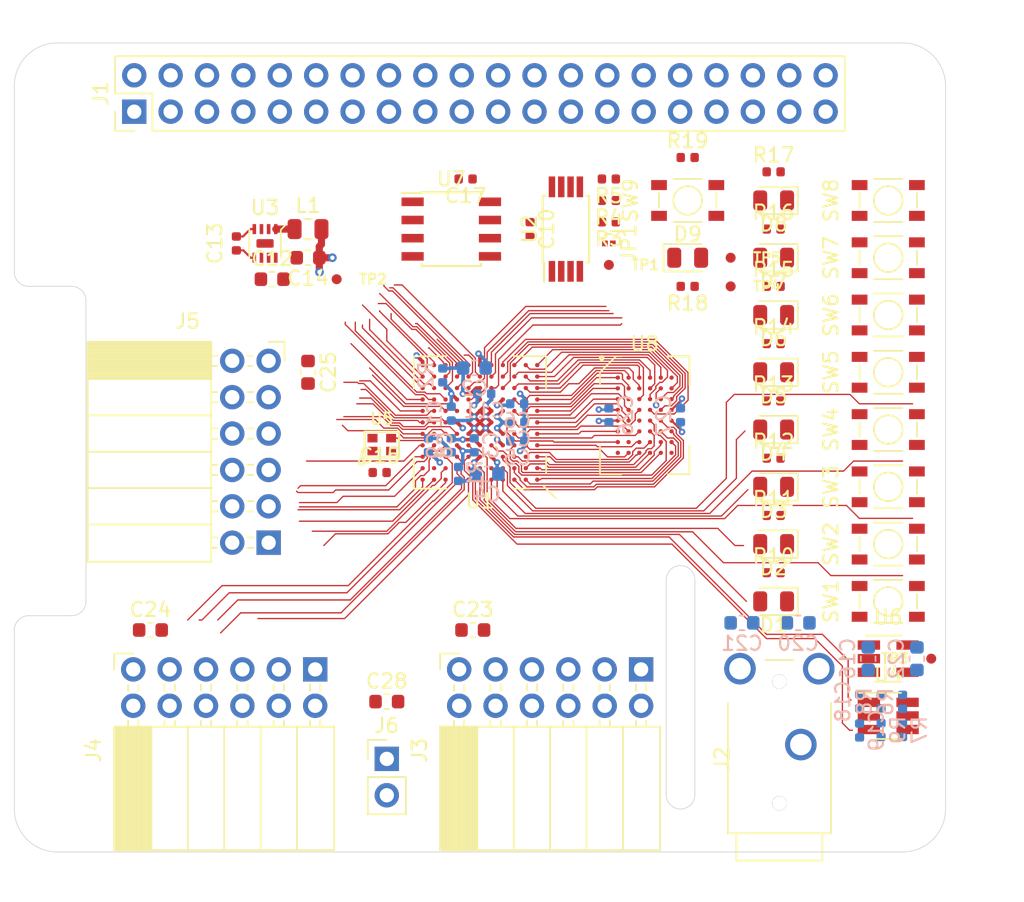
<source format=kicad_pcb>
(kicad_pcb (version 20171130) (host pcbnew 5.1.2+dfsg1-1)
  (layers (0 F.Cu signal) (1 In1.Cu power hide) (2 In2.Cu power) (31 B.Cu signal) (34 B.Paste user) (35 F.Paste user) (36 B.SilkS user hide) (37 F.SilkS user hide) (38 B.Mask user) (39 F.Mask user) (44 Edge.Cuts user))
  (net 0 "")
  (net 1 GND)
  (net 2 +1V2)
  (net 3 "Net-(C2-Pad2)")
  (net 4 "Net-(C2-Pad1)")
  (net 5 "Net-(C4-Pad2)")
  (net 6 "Net-(C4-Pad1)")
  (net 7 +3V3)
  (net 8 +5V)
  (net 9 "Net-(C13-Pad2)")
  (net 10 "Net-(C18-Pad1)")
  (net 11 "Net-(C19-Pad1)")
  (net 12 "Net-(C20-Pad1)")
  (net 13 "Net-(C21-Pad1)")
  (net 14 +3.3VDAC)
  (net 15 "Net-(D1-Pad1)")
  (net 16 /LED0)
  (net 17 /LED1)
  (net 18 "Net-(D2-Pad1)")
  (net 19 "Net-(D3-Pad1)")
  (net 20 /LED2)
  (net 21 /LED3)
  (net 22 "Net-(D4-Pad1)")
  (net 23 /LED4)
  (net 24 "Net-(D5-Pad1)")
  (net 25 "Net-(D6-Pad1)")
  (net 26 /LED5)
  (net 27 /LED6)
  (net 28 "Net-(D7-Pad1)")
  (net 29 "Net-(D8-Pad1)")
  (net 30 /LED7)
  (net 31 /GP13_FPGA_CDONE)
  (net 32 "Net-(J1-Pad3)")
  (net 33 "Net-(J1-Pad5)")
  (net 34 "Net-(J1-Pad7)")
  (net 35 /GP14_UART_TXD)
  (net 36 /GP15_UART_RXD)
  (net 37 "Net-(J1-Pad11)")
  (net 38 "Net-(J1-Pad12)")
  (net 39 /GP27_SDIO_DAT3)
  (net 40 /GP22_SDIO_CLK)
  (net 41 /GP23_SDIO_CMD)
  (net 42 /GP24_SDIO_DAT0)
  (net 43 /GP10_SPI_MOSI)
  (net 44 /GP9_SPI_MISO)
  (net 45 /GP25_SDIO_DAT1)
  (net 46 /GP11_SPI_SCK)
  (net 47 /GP8_SPI_~CS)
  (net 48 "Net-(J1-Pad26)")
  (net 49 /ID_SD)
  (net 50 /ID_SC)
  (net 51 "Net-(J1-Pad29)")
  (net 52 "Net-(J1-Pad31)")
  (net 53 /GP12_FPGA_~RST)
  (net 54 "Net-(J1-Pad35)")
  (net 55 "Net-(J1-Pad36)")
  (net 56 /GP26_SDIO_DAT2)
  (net 57 "Net-(J1-Pad38)")
  (net 58 "Net-(J1-Pad40)")
  (net 59 /IO0_0)
  (net 60 /IO0_1)
  (net 61 /IO0_2)
  (net 62 /IO0_3)
  (net 63 /IO0_4)
  (net 64 /IO0_5)
  (net 65 /IO0_6)
  (net 66 /IO0_7)
  (net 67 /IO1_7)
  (net 68 /IO1_6)
  (net 69 /IO1_5)
  (net 70 /IO1_4)
  (net 71 /IO1_3)
  (net 72 /IO1_2)
  (net 73 /IO1_1)
  (net 74 /IO1_0)
  (net 75 /IO2_0)
  (net 76 /IO2_1)
  (net 77 /IO2_2)
  (net 78 /IO2_3)
  (net 79 /IO2_4)
  (net 80 /IO2_5)
  (net 81 /IO2_6)
  (net 82 /IO2_7)
  (net 83 "Net-(JP1-Pad1)")
  (net 84 "Net-(L1-Pad1)")
  (net 85 "Net-(R6-Pad2)")
  (net 86 "Net-(R7-Pad2)")
  (net 87 /SW0)
  (net 88 /SW1)
  (net 89 /SW2)
  (net 90 /SW3)
  (net 91 /SW4)
  (net 92 /SW5)
  (net 93 /SW6)
  (net 94 /SW7)
  (net 95 /SRAM_DQ0)
  (net 96 /SRAM_DQ5)
  (net 97 /SRAM_DQ7)
  (net 98 /SRAM_DQ6)
  (net 99 /SRAM_DQ12)
  (net 100 /SRAM_A9)
  (net 101 /SRAM_A2)
  (net 102 /SRAM_A4)
  (net 103 /SRAM_A5)
  (net 104 /SRAM_A10)
  (net 105 /SRAM_DQ1)
  (net 106 /SRAM_DQ4)
  (net 107 /SRAM_DQ8)
  (net 108 /SRAM_DQ10)
  (net 109 /SRAM_DQ13)
  (net 110 /SRAM_DQ15)
  (net 111 /SRAM_A3)
  (net 112 /SRAM_A7)
  (net 113 /SRAM_A6)
  (net 114 /SRAM_A12)
  (net 115 /SRAM_DQ3)
  (net 116 /SRAM_DQ9)
  (net 117 /SRAM_DQ11)
  (net 118 /SRAM_A8)
  (net 119 /SRAM_A0)
  (net 120 /SRAM_A1)
  (net 121 /SRAM_A11)
  (net 122 /SRAM_A13)
  (net 123 /SRAM_A15)
  (net 124 /SRAM_DQ2)
  (net 125 /SRAM_DQ14)
  (net 126 /SRAM_A14)
  (net 127 /SRAM_A17)
  (net 128 /SRAM_A16)
  (net 129 /SRAM_~WE)
  (net 130 /SRAM_~OE)
  (net 131 /SRAM_~LB)
  (net 132 /SRAM_~UB)
  (net 133 /AUDIO_R_PWM)
  (net 134 "Net-(U1-PadB10)")
  (net 135 /CLK_OSC)
  (net 136 /AUDIO_L_PWM)
  (module fpga_hat:BGA-121_11x11_9.0x9.0mm (layer F.Cu) (at 132.5 106.5 180)
    (fp_text reference U1 (at 0 -5.5) (layer F.SilkS))
    (fp_text value iCE40-HX8k-BG121)
    (pad A1 smd circle (at -4 -4 180) (size 0.3 0.3) (layers F.Cu F.Paste F.Mask) (net 97 /SRAM_DQ7))
    (pad B1 smd circle (at -4 -3.2 180) (size 0.3 0.3) (layers F.Cu F.Paste F.Mask) (net 129 /SRAM_~WE))
    (pad C1 smd circle (at -4 -2.4 180) (size 0.3 0.3) (layers F.Cu F.Paste F.Mask) (net 100 /SRAM_A9))
    (pad D1 smd circle (at -4 -1.6 180) (size 0.3 0.3) (layers F.Cu F.Paste F.Mask) (net 114 /SRAM_A12))
    (pad E1 smd circle (at -4 -0.8 180) (size 0.3 0.3) (layers F.Cu F.Paste F.Mask) (net 125 /SRAM_DQ14))
    (pad F1 smd circle (at -4 0 180) (size 0.3 0.3) (layers F.Cu F.Paste F.Mask) (net 99 /SRAM_DQ12))
    (pad G1 smd circle (at -4 0.8 180) (size 0.3 0.3) (layers F.Cu F.Paste F.Mask) (net 107 /SRAM_DQ8))
    (pad H1 smd circle (at -4 1.6 180) (size 0.3 0.3) (layers F.Cu F.Paste F.Mask) (net 132 /SRAM_~UB))
    (pad J1 smd circle (at -4 2.4 180) (size 0.3 0.3) (layers F.Cu F.Paste F.Mask) (net 119 /SRAM_A0))
    (pad K1 smd circle (at -4 3.2 180) (size 0.3 0.3) (layers F.Cu F.Paste F.Mask) (net 102 /SRAM_A4))
    (pad L1 smd circle (at -4 4 180) (size 0.3 0.3) (layers F.Cu F.Paste F.Mask) (net 95 /SRAM_DQ0))
    (pad A2 smd circle (at -3.2 -4 180) (size 0.3 0.3) (layers F.Cu F.Paste F.Mask) (net 96 /SRAM_DQ5))
    (pad B2 smd circle (at -3.2 -3.2 180) (size 0.3 0.3) (layers F.Cu F.Paste F.Mask) (net 104 /SRAM_A10))
    (pad C2 smd circle (at -3.2 -2.4 180) (size 0.3 0.3) (layers F.Cu F.Paste F.Mask) (net 122 /SRAM_A13))
    (pad D2 smd circle (at -3.2 -1.6 180) (size 0.3 0.3) (layers F.Cu F.Paste F.Mask) (net 118 /SRAM_A8))
    (pad E2 smd circle (at -3.2 -0.8 180) (size 0.3 0.3) (layers F.Cu F.Paste F.Mask) (net 109 /SRAM_DQ13))
    (pad F2 smd circle (at -3.2 0 180) (size 0.3 0.3) (layers F.Cu F.Paste F.Mask) (net 116 /SRAM_DQ9))
    (pad G2 smd circle (at -3.2 0.8 180) (size 0.3 0.3) (layers F.Cu F.Paste F.Mask) (net 108 /SRAM_DQ10))
    (pad H2 smd circle (at -3.2 1.6 180) (size 0.3 0.3) (layers F.Cu F.Paste F.Mask) (net 130 /SRAM_~OE))
    (pad J2 smd circle (at -3.2 2.4 180) (size 0.3 0.3) (layers F.Cu F.Paste F.Mask) (net 111 /SRAM_A3))
    (pad K2 smd circle (at -3.2 3.2 180) (size 0.3 0.3) (layers F.Cu F.Paste F.Mask) (net 120 /SRAM_A1))
    (pad L2 smd circle (at -3.2 4 180) (size 0.3 0.3) (layers F.Cu F.Paste F.Mask) (net 113 /SRAM_A6))
    (pad A3 smd circle (at -2.4 -4 180) (size 0.3 0.3) (layers F.Cu F.Paste F.Mask) (net 106 /SRAM_DQ4))
    (pad B3 smd circle (at -2.4 -3.2 180) (size 0.3 0.3) (layers F.Cu F.Paste F.Mask) (net 98 /SRAM_DQ6))
    (pad C3 smd circle (at -2.4 -2.4 180) (size 0.3 0.3) (layers F.Cu F.Paste F.Mask) (net 123 /SRAM_A15))
    (pad D3 smd circle (at -2.4 -1.6 180) (size 0.3 0.3) (layers F.Cu F.Paste F.Mask) (net 121 /SRAM_A11))
    (pad E3 smd circle (at -2.4 -0.8 180) (size 0.3 0.3) (layers F.Cu F.Paste F.Mask) (net 126 /SRAM_A14))
    (pad F3 smd circle (at -2.4 0 180) (size 0.3 0.3) (layers F.Cu F.Paste F.Mask) (net 127 /SRAM_A17))
    (pad G3 smd circle (at -2.4 0.8 180) (size 0.3 0.3) (layers F.Cu F.Paste F.Mask) (net 117 /SRAM_DQ11))
    (pad H3 smd circle (at -2.4 1.6 180) (size 0.3 0.3) (layers F.Cu F.Paste F.Mask) (net 131 /SRAM_~LB))
    (pad J3 smd circle (at -2.4 2.4 180) (size 0.3 0.3) (layers F.Cu F.Paste F.Mask) (net 103 /SRAM_A5))
    (pad K3 smd circle (at -2.4 3.2 180) (size 0.3 0.3) (layers F.Cu F.Paste F.Mask) (net 101 /SRAM_A2))
    (pad L3 smd circle (at -2.4 4 180) (size 0.3 0.3) (layers F.Cu F.Paste F.Mask) (net 105 /SRAM_DQ1))
    (pad A4 smd circle (at -1.6 -4 180) (size 0.3 0.3) (layers F.Cu F.Paste F.Mask) (net 68 /IO1_6))
    (pad B4 smd circle (at -1.6 -3.2 180) (size 0.3 0.3) (layers F.Cu F.Paste F.Mask) (net 75 /IO2_0))
    (pad C4 smd circle (at -1.6 -2.4 180) (size 0.3 0.3) (layers F.Cu F.Paste F.Mask) (net 76 /IO2_1))
    (pad D4 smd circle (at -1.6 -1.6 180) (size 0.3 0.3) (layers F.Cu F.Paste F.Mask) (net 2 +1V2))
    (pad E4 smd circle (at -1.6 -0.8 180) (size 0.3 0.3) (layers F.Cu F.Paste F.Mask) (net 7 +3V3))
    (pad F4 smd circle (at -1.6 0 180) (size 0.3 0.3) (layers F.Cu F.Paste F.Mask) (net 110 /SRAM_DQ15))
    (pad G4 smd circle (at -1.6 0.8 180) (size 0.3 0.3) (layers F.Cu F.Paste F.Mask) (net 7 +3V3))
    (pad H4 smd circle (at -1.6 1.6 180) (size 0.3 0.3) (layers F.Cu F.Paste F.Mask) (net 2 +1V2))
    (pad J4 smd circle (at -1.6 2.4 180) (size 0.3 0.3) (layers F.Cu F.Paste F.Mask) (net 124 /SRAM_DQ2))
    (pad K4 smd circle (at -1.6 3.2 180) (size 0.3 0.3) (layers F.Cu F.Paste F.Mask) (net 115 /SRAM_DQ3))
    (pad L4 smd circle (at -1.6 4 180) (size 0.3 0.3) (layers F.Cu F.Paste F.Mask) (net 112 /SRAM_A7))
    (pad A5 smd circle (at -0.8 -4 180) (size 0.3 0.3) (layers F.Cu F.Paste F.Mask) (net 70 /IO1_4))
    (pad B5 smd circle (at -0.8 -3.2 180) (size 0.3 0.3) (layers F.Cu F.Paste F.Mask) (net 69 /IO1_5))
    (pad C5 smd circle (at -0.8 -2.4 180) (size 0.3 0.3) (layers F.Cu F.Paste F.Mask) (net 5 "Net-(C4-Pad2)"))
    (pad D5 smd circle (at -0.8 -1.6 180) (size 0.3 0.3) (layers F.Cu F.Paste F.Mask) (net 128 /SRAM_A16))
    (pad E5 smd circle (at -0.8 -0.8 180) (size 0.3 0.3) (layers F.Cu F.Paste F.Mask) (net 1 GND))
    (pad F5 smd circle (at -0.8 0 180) (size 0.3 0.3) (layers F.Cu F.Paste F.Mask) (net 1 GND))
    (pad G5 smd circle (at -0.8 0.8 180) (size 0.3 0.3) (layers F.Cu F.Paste F.Mask) (net 1 GND))
    (pad H5 smd circle (at -0.8 1.6 180) (size 0.3 0.3) (layers F.Cu F.Paste F.Mask) (net 1 GND))
    (pad J5 smd circle (at -0.8 2.4 180) (size 0.3 0.3) (layers F.Cu F.Paste F.Mask) (net 77 /IO2_2))
    (pad K5 smd circle (at -0.8 3.2 180) (size 0.3 0.3) (layers F.Cu F.Paste F.Mask) (net 67 /IO1_7))
    (pad L5 smd circle (at -0.8 4 180) (size 0.3 0.3) (layers F.Cu F.Paste F.Mask) (net 56 /GP26_SDIO_DAT2))
    (pad A6 smd circle (at 0 -4 180) (size 0.3 0.3) (layers F.Cu F.Paste F.Mask) (net 71 /IO1_3))
    (pad B6 smd circle (at 0 -3.2 180) (size 0.3 0.3) (layers F.Cu F.Paste F.Mask) (net 81 /IO2_6))
    (pad C6 smd circle (at 0 -2.4 180) (size 0.3 0.3) (layers F.Cu F.Paste F.Mask) (net 6 "Net-(C4-Pad1)"))
    (pad D6 smd circle (at 0 -1.6 180) (size 0.3 0.3) (layers F.Cu F.Paste F.Mask) (net 7 +3V3))
    (pad E6 smd circle (at 0 -0.8 180) (size 0.3 0.3) (layers F.Cu F.Paste F.Mask) (net 1 GND))
    (pad F6 smd circle (at 0 0 180) (size 0.3 0.3) (layers F.Cu F.Paste F.Mask) (net 1 GND))
    (pad G6 smd circle (at 0 0.8 180) (size 0.3 0.3) (layers F.Cu F.Paste F.Mask) (net 1 GND))
    (pad H6 smd circle (at 0 1.6 180) (size 0.3 0.3) (layers F.Cu F.Paste F.Mask) (net 7 +3V3))
    (pad J6 smd circle (at 0 2.4 180) (size 0.3 0.3) (layers F.Cu F.Paste F.Mask) (net 4 "Net-(C2-Pad1)"))
    (pad K6 smd circle (at 0 3.2 180) (size 0.3 0.3) (layers F.Cu F.Paste F.Mask) (net 39 /GP27_SDIO_DAT3))
    (pad L6 smd circle (at 0 4 180) (size 0.3 0.3) (layers F.Cu F.Paste F.Mask) (net 3 "Net-(C2-Pad2)"))
    (pad A7 smd circle (at 0.8 -4 180) (size 0.3 0.3) (layers F.Cu F.Paste F.Mask) (net 72 /IO1_2))
    (pad B7 smd circle (at 0.8 -3.2 180) (size 0.3 0.3) (layers F.Cu F.Paste F.Mask) (net 80 /IO2_5))
    (pad C7 smd circle (at 0.8 -2.4 180) (size 0.3 0.3) (layers F.Cu F.Paste F.Mask) (net 73 /IO1_1))
    (pad D7 smd circle (at 0.8 -1.6 180) (size 0.3 0.3) (layers F.Cu F.Paste F.Mask) (net 66 /IO0_7))
    (pad E7 smd circle (at 0.8 -0.8 180) (size 0.3 0.3) (layers F.Cu F.Paste F.Mask) (net 1 GND))
    (pad F7 smd circle (at 0.8 0 180) (size 0.3 0.3) (layers F.Cu F.Paste F.Mask) (net 1 GND))
    (pad G7 smd circle (at 0.8 0.8 180) (size 0.3 0.3) (layers F.Cu F.Paste F.Mask) (net 1 GND))
    (pad H7 smd circle (at 0.8 1.6 180) (size 0.3 0.3) (layers F.Cu F.Paste F.Mask) (net 79 /IO2_4))
    (pad J7 smd circle (at 0.8 2.4 180) (size 0.3 0.3) (layers F.Cu F.Paste F.Mask) (net 78 /IO2_3))
    (pad K7 smd circle (at 0.8 3.2 180) (size 0.3 0.3) (layers F.Cu F.Paste F.Mask) (net 133 /AUDIO_R_PWM))
    (pad L7 smd circle (at 0.8 4 180) (size 0.3 0.3) (layers F.Cu F.Paste F.Mask) (net 41 /GP23_SDIO_CMD))
    (pad A8 smd circle (at 1.6 -4 180) (size 0.3 0.3) (layers F.Cu F.Paste F.Mask) (net 74 /IO1_0))
    (pad B8 smd circle (at 1.6 -3.2 180) (size 0.3 0.3) (layers F.Cu F.Paste F.Mask) (net 63 /IO0_4))
    (pad C8 smd circle (at 1.6 -2.4 180) (size 0.3 0.3) (layers F.Cu F.Paste F.Mask) (net 65 /IO0_6))
    (pad D8 smd circle (at 1.6 -1.6 180) (size 0.3 0.3) (layers F.Cu F.Paste F.Mask) (net 2 +1V2))
    (pad E8 smd circle (at 1.6 -0.8 180) (size 0.3 0.3) (layers F.Cu F.Paste F.Mask) (net 90 /SW3))
    (pad F8 smd circle (at 1.6 0 180) (size 0.3 0.3) (layers F.Cu F.Paste F.Mask) (net 7 +3V3))
    (pad G8 smd circle (at 1.6 0.8 180) (size 0.3 0.3) (layers F.Cu F.Paste F.Mask) (net 21 /LED3))
    (pad H8 smd circle (at 1.6 1.6 180) (size 0.3 0.3) (layers F.Cu F.Paste F.Mask) (net 2 +1V2))
    (pad J8 smd circle (at 1.6 2.4 180) (size 0.3 0.3) (layers F.Cu F.Paste F.Mask) (net 40 /GP22_SDIO_CLK))
    (pad K8 smd circle (at 1.6 3.2 180) (size 0.3 0.3) (layers F.Cu F.Paste F.Mask) (net 31 /GP13_FPGA_CDONE))
    (pad L8 smd circle (at 1.6 4 180) (size 0.3 0.3) (layers F.Cu F.Paste F.Mask) (net 42 /GP24_SDIO_DAT0))
    (pad A9 smd circle (at 2.4 -4 180) (size 0.3 0.3) (layers F.Cu F.Paste F.Mask) (net 64 /IO0_5))
    (pad B9 smd circle (at 2.4 -3.2 180) (size 0.3 0.3) (layers F.Cu F.Paste F.Mask) (net 62 /IO0_3))
    (pad C9 smd circle (at 2.4 -2.4 180) (size 0.3 0.3) (layers F.Cu F.Paste F.Mask) (net 61 /IO0_2))
    (pad D9 smd circle (at 2.4 -1.6 180) (size 0.3 0.3) (layers F.Cu F.Paste F.Mask) (net 91 /SW4))
    (pad E9 smd circle (at 2.4 -0.8 180) (size 0.3 0.3) (layers F.Cu F.Paste F.Mask) (net 89 /SW2))
    (pad F9 smd circle (at 2.4 0 180) (size 0.3 0.3) (layers F.Cu F.Paste F.Mask) (net 88 /SW1))
    (pad G9 smd circle (at 2.4 0.8 180) (size 0.3 0.3) (layers F.Cu F.Paste F.Mask) (net 27 /LED6))
    (pad H9 smd circle (at 2.4 1.6 180) (size 0.3 0.3) (layers F.Cu F.Paste F.Mask) (net 45 /GP25_SDIO_DAT1))
    (pad J9 smd circle (at 2.4 2.4 180) (size 0.3 0.3) (layers F.Cu F.Paste F.Mask) (net 44 /GP9_SPI_MISO))
    (pad K9 smd circle (at 2.4 3.2 180) (size 0.3 0.3) (layers F.Cu F.Paste F.Mask) (net 43 /GP10_SPI_MOSI))
    (pad L9 smd circle (at 2.4 4 180) (size 0.3 0.3) (layers F.Cu F.Paste F.Mask) (net 53 /GP12_FPGA_~RST))
    (pad A10 smd circle (at 3.2 -4 180) (size 0.3 0.3) (layers F.Cu F.Paste F.Mask) (net 60 /IO0_1))
    (pad B10 smd circle (at 3.2 -3.2 180) (size 0.3 0.3) (layers F.Cu F.Paste F.Mask) (net 134 "Net-(U1-PadB10)"))
    (pad C10 smd circle (at 3.2 -2.4 180) (size 0.3 0.3) (layers F.Cu F.Paste F.Mask) (net 7 +3V3))
    (pad D10 smd circle (at 3.2 -1.6 180) (size 0.3 0.3) (layers F.Cu F.Paste F.Mask) (net 94 /SW7))
    (pad E10 smd circle (at 3.2 -0.8 180) (size 0.3 0.3) (layers F.Cu F.Paste F.Mask) (net 135 /CLK_OSC))
    (pad F10 smd circle (at 3.2 0 180) (size 0.3 0.3) (layers F.Cu F.Paste F.Mask) (net 87 /SW0))
    (pad G10 smd circle (at 3.2 0.8 180) (size 0.3 0.3) (layers F.Cu F.Paste F.Mask) (net 26 /LED5))
    (pad H10 smd circle (at 3.2 1.6 180) (size 0.3 0.3) (layers F.Cu F.Paste F.Mask) (net 17 /LED1))
    (pad J10 smd circle (at 3.2 2.4 180) (size 0.3 0.3) (layers F.Cu F.Paste F.Mask) (net 20 /LED2))
    (pad K10 smd circle (at 3.2 3.2 180) (size 0.3 0.3) (layers F.Cu F.Paste F.Mask) (net 47 /GP8_SPI_~CS))
    (pad L10 smd circle (at 3.2 4 180) (size 0.3 0.3) (layers F.Cu F.Paste F.Mask) (net 46 /GP11_SPI_SCK))
    (pad A11 smd circle (at 4 -4 180) (size 0.3 0.3) (layers F.Cu F.Paste F.Mask) (net 59 /IO0_0))
    (pad B11 smd circle (at 4 -3.2 180) (size 0.3 0.3) (layers F.Cu F.Paste F.Mask) (net 36 /GP15_UART_RXD))
    (pad C11 smd circle (at 4 -2.4 180) (size 0.3 0.3) (layers F.Cu F.Paste F.Mask) (net 35 /GP14_UART_TXD))
    (pad D11 smd circle (at 4 -1.6 180) (size 0.3 0.3) (layers F.Cu F.Paste F.Mask) (net 93 /SW6))
    (pad E11 smd circle (at 4 -0.8 180) (size 0.3 0.3) (layers F.Cu F.Paste F.Mask) (net 92 /SW5))
    (pad F11 smd circle (at 4 0 180) (size 0.3 0.3) (layers F.Cu F.Paste F.Mask) (net 136 /AUDIO_L_PWM))
    (pad G11 smd circle (at 4 0.8 180) (size 0.3 0.3) (layers F.Cu F.Paste F.Mask) (net 30 /LED7))
    (pad H11 smd circle (at 4 1.6 180) (size 0.3 0.3) (layers F.Cu F.Paste F.Mask) (net 23 /LED4))
    (pad J11 smd circle (at 4 2.4 180) (size 0.3 0.3) (layers F.Cu F.Paste F.Mask) (net 82 /IO2_7))
    (pad K11 smd circle (at 4 3.2 180) (size 0.3 0.3) (layers F.Cu F.Paste F.Mask) (net 16 /LED0))
    (pad L11 smd circle (at 4 4 180) (size 0.3 0.3) (layers F.Cu F.Paste F.Mask) (net 7 +3V3))
  )
  (module Capacitor_SMD:C_0402_1005Metric (layer B.Cu) (at 128.9 108.1 90)
    (fp_text reference C8 (at 0 1.17 90) (layer B.SilkS) (effects (justify mirror)))
    (fp_text value 100n)
    (pad 2 smd roundrect (at 0.485 0 90) (size 0.59 0.64) (layers B.Cu B.Paste B.Mask) (net 1 GND))
    (pad 1 smd roundrect (at -0.485 0 90) (size 0.59 0.64) (layers B.Cu B.Paste B.Mask) (net 7 +3V3))
  )
  (module fpga_hat:MOUNTHOLE_M2.5 (layer F.Cu) (at 161.5 83.5)
    (fp_text reference REF** hide)
    (fp_text value MOUNTHOLE_M2.5 hide)
    (pad "" np_thru_hole circle (at 0 0) (size 2.75 2.75) (drill 2.75) (layers *.Cu *.Mask) (thermal_gap 1.9))
  )
  (module fpga_hat:MOUNTHOLE_M2.5 (layer F.Cu) (at 161.5 133)
    (fp_text reference REF** hide)
    (fp_text value MOUNTHOLE_M2.5 hide)
    (pad "" np_thru_hole circle (at 0 0) (size 2.75 2.75) (drill 2.75) (layers *.Cu *.Mask) (thermal_gap 1.9))
  )
  (module fpga_hat:MOUNTHOLE_M2.5 (layer F.Cu) (at 103.5 133)
    (fp_text reference REF** hide)
    (fp_text value MOUNTHOLE_M2.5 hide)
    (pad "" np_thru_hole circle (at 0 0) (size 2.75 2.75) (drill 2.75) (layers *.Cu *.Mask) (thermal_gap 1.9))
  )
  (module fpga_hat:MOUNTHOLE_M2.5 (layer F.Cu) (at 103.5 83.5)
    (fp_text reference REF** hide)
    (fp_text value MOUNTHOLE_M2.5 hide)
    (pad "" np_thru_hole circle (at 0 0) (size 2.75 2.75) (drill 2.75) (layers *.Cu *.Mask) (thermal_gap 1.9))
  )
  (module Capacitor_SMD:C_0402_1005Metric (layer B.Cu) (at 130.5 105.885 270)
    (fp_text reference C1 (at 0 1.17 90) (layer B.SilkS) (effects (justify mirror)))
    (fp_text value 100n)
    (pad 2 smd roundrect (at 0.485 0 270) (size 0.59 0.64) (layers B.Cu B.Paste B.Mask) (net 1 GND))
    (pad 1 smd roundrect (at -0.485 0 270) (size 0.59 0.64) (layers B.Cu B.Paste B.Mask) (net 2 +1V2))
  )
  (module Capacitor_SMD:C_0603_1608Metric (layer B.Cu) (at 132.1125 102.7)
    (fp_text reference C2 (at 0 1.43) (layer B.SilkS) (effects (justify mirror)))
    (fp_text value 4u7)
    (pad 2 smd roundrect (at 0.7875 0) (size 0.875 0.95) (layers B.Cu B.Paste B.Mask) (net 3 "Net-(C2-Pad2)"))
    (pad 1 smd roundrect (at -0.7875 0) (size 0.875 0.95) (layers B.Cu B.Paste B.Mask) (net 4 "Net-(C2-Pad1)"))
  )
  (module Capacitor_SMD:C_0402_1005Metric (layer B.Cu) (at 132.1 108.1 90)
    (fp_text reference C3 (at 0 1.17 90) (layer B.SilkS) (effects (justify mirror)))
    (fp_text value 100n)
    (pad 1 smd roundrect (at -0.485 0 90) (size 0.59 0.64) (layers B.Cu B.Paste B.Mask) (net 2 +1V2))
    (pad 2 smd roundrect (at 0.485 0 90) (size 0.59 0.64) (layers B.Cu B.Paste B.Mask) (net 1 GND))
  )
  (module Capacitor_SMD:C_0603_1608Metric (layer B.Cu) (at 133 110.1)
    (fp_text reference C4 (at 0 1.43) (layer B.SilkS) (effects (justify mirror)))
    (fp_text value 4u7)
    (pad 1 smd roundrect (at -0.7875 0) (size 0.875 0.95) (layers B.Cu B.Paste B.Mask) (net 6 "Net-(C4-Pad1)"))
    (pad 2 smd roundrect (at 0.7875 0) (size 0.875 0.95) (layers B.Cu B.Paste B.Mask) (net 5 "Net-(C4-Pad2)"))
  )
  (module Capacitor_SMD:C_0402_1005Metric (layer B.Cu) (at 135.1 107.8)
    (fp_text reference C5 (at 0 1.17 180) (layer B.SilkS) (effects (justify mirror)))
    (fp_text value 100n)
    (pad 1 smd roundrect (at -0.485 0) (size 0.59 0.64) (layers B.Cu B.Paste B.Mask) (net 2 +1V2))
    (pad 2 smd roundrect (at 0.485 0) (size 0.59 0.64) (layers B.Cu B.Paste B.Mask) (net 1 GND))
  )
  (module Capacitor_SMD:C_0402_1005Metric (layer B.Cu) (at 135.1 105.2)
    (fp_text reference C6 (at 0 1.17) (layer B.SilkS) (effects (justify mirror)))
    (fp_text value 100n)
    (pad 2 smd roundrect (at 0.485 0) (size 0.59 0.64) (layers B.Cu B.Paste B.Mask) (net 1 GND))
    (pad 1 smd roundrect (at -0.485 0) (size 0.59 0.64) (layers B.Cu B.Paste B.Mask) (net 2 +1V2))
  )
  (module Capacitor_SMD:C_0402_1005Metric (layer B.Cu) (at 135.115 106.5)
    (fp_text reference C7 (at 0 1.17 180) (layer B.SilkS) (effects (justify mirror)))
    (fp_text value 100n)
    (pad 2 smd roundrect (at 0.485 0) (size 0.59 0.64) (layers B.Cu B.Paste B.Mask) (net 1 GND))
    (pad 1 smd roundrect (at -0.485 0) (size 0.59 0.64) (layers B.Cu B.Paste B.Mask) (net 7 +3V3))
  )
  (module Capacitor_SMD:C_0402_1005Metric (layer B.Cu) (at 130.5 108.1 270)
    (fp_text reference C9 (at 0 1.17 90) (layer B.SilkS) (effects (justify mirror)))
    (fp_text value 100n)
    (pad 2 smd roundrect (at 0.485 0 270) (size 0.59 0.64) (layers B.Cu B.Paste B.Mask) (net 1 GND))
    (pad 1 smd roundrect (at -0.485 0 270) (size 0.59 0.64) (layers B.Cu B.Paste B.Mask) (net 7 +3V3))
  )
  (module Capacitor_SMD:C_0402_1005Metric (layer F.Cu) (at 136 93 270)
    (fp_text reference C10 (at 0 -1.17 90) (layer F.SilkS))
    (fp_text value 100n)
    (pad 2 smd roundrect (at 0.485 0 270) (size 0.59 0.64) (layers F.Cu F.Paste F.Mask) (net 1 GND))
    (pad 1 smd roundrect (at -0.485 0 270) (size 0.59 0.64) (layers F.Cu F.Paste F.Mask) (net 7 +3V3))
  )
  (module Capacitor_SMD:C_0402_1005Metric (layer B.Cu) (at 132.8 104.5)
    (fp_text reference C11 (at 0 1.17) (layer B.SilkS) (effects (justify mirror)))
    (fp_text value 100n)
    (pad 1 smd roundrect (at -0.485 0) (size 0.59 0.64) (layers B.Cu B.Paste B.Mask) (net 7 +3V3))
    (pad 2 smd roundrect (at 0.485 0) (size 0.59 0.64) (layers B.Cu B.Paste B.Mask) (net 1 GND))
  )
  (module Capacitor_SMD:C_0603_1608Metric (layer F.Cu) (at 118 96.5)
    (fp_text reference C12 (at 0 -1.43) (layer F.SilkS))
    (fp_text value 4u7)
    (pad 2 smd roundrect (at 0.7875 0) (size 0.875 0.95) (layers F.Cu F.Paste F.Mask) (net 1 GND))
    (pad 1 smd roundrect (at -0.7875 0) (size 0.875 0.95) (layers F.Cu F.Paste F.Mask) (net 8 +5V))
  )
  (module Capacitor_SMD:C_0402_1005Metric (layer F.Cu) (at 115.5 94 270)
    (fp_text reference C13 (at 0 1.5 90) (layer F.SilkS))
    (fp_text value 560p)
    (pad 1 smd roundrect (at -0.485 0 270) (size 0.59 0.64) (layers F.Cu F.Paste F.Mask) (net 2 +1V2))
    (pad 2 smd roundrect (at 0.485 0 270) (size 0.59 0.64) (layers F.Cu F.Paste F.Mask) (net 9 "Net-(C13-Pad2)"))
  )
  (module Capacitor_SMD:C_0603_1608Metric (layer F.Cu) (at 120.5 95 180)
    (fp_text reference C14 (at 0 -1.43) (layer F.SilkS))
    (fp_text value 4u7)
    (pad 2 smd roundrect (at 0.7875 0 180) (size 0.875 0.95) (layers F.Cu F.Paste F.Mask) (net 1 GND))
    (pad 1 smd roundrect (at -0.7875 0 180) (size 0.875 0.95) (layers F.Cu F.Paste F.Mask) (net 2 +1V2))
  )
  (module Capacitor_SMD:C_0402_1005Metric (layer F.Cu) (at 125.5 110)
    (fp_text reference C15 (at 0 -1.17) (layer F.SilkS))
    (fp_text value 100n)
    (pad 2 smd roundrect (at 0.485 0) (size 0.59 0.64) (layers F.Cu F.Paste F.Mask) (net 1 GND))
    (pad 1 smd roundrect (at -0.485 0) (size 0.59 0.64) (layers F.Cu F.Paste F.Mask) (net 7 +3V3))
  )
  (module Capacitor_SMD:C_0603_1608Metric (layer B.Cu) (at 159.6 123 270)
    (fp_text reference C16 (at 0 1.43 90) (layer B.SilkS) (effects (justify mirror)))
    (fp_text value 1u)
    (pad 1 smd roundrect (at -0.7875 0 270) (size 0.875 0.95) (layers B.Cu B.Paste B.Mask) (net 8 +5V))
    (pad 2 smd roundrect (at 0.7875 0 270) (size 0.875 0.95) (layers B.Cu B.Paste B.Mask) (net 1 GND))
  )
  (module Capacitor_SMD:C_0402_1005Metric (layer F.Cu) (at 131.5 89.5 180)
    (fp_text reference C17 (at 0 -1.17) (layer F.SilkS))
    (fp_text value 100n)
    (pad 1 smd roundrect (at -0.485 0 180) (size 0.59 0.64) (layers F.Cu F.Paste F.Mask) (net 7 +3V3))
    (pad 2 smd roundrect (at 0.485 0 180) (size 0.59 0.64) (layers F.Cu F.Paste F.Mask) (net 1 GND))
  )
  (module Capacitor_SMD:C_0402_1005Metric (layer B.Cu) (at 159 125.985 270)
    (fp_text reference C18 (at 0 1.17 90) (layer B.SilkS) (effects (justify mirror)))
    (fp_text value 100n)
    (pad 1 smd roundrect (at -0.485 0 270) (size 0.59 0.64) (layers B.Cu B.Paste B.Mask) (net 10 "Net-(C18-Pad1)"))
    (pad 2 smd roundrect (at 0.485 0 270) (size 0.59 0.64) (layers B.Cu B.Paste B.Mask) (net 1 GND))
  )
  (module Capacitor_SMD:C_0402_1005Metric (layer B.Cu) (at 159 128.015 90)
    (fp_text reference C19 (at 0 1.17 90) (layer B.SilkS) (effects (justify mirror)))
    (fp_text value 100n)
    (pad 1 smd roundrect (at -0.485 0 90) (size 0.59 0.64) (layers B.Cu B.Paste B.Mask) (net 11 "Net-(C19-Pad1)"))
    (pad 2 smd roundrect (at 0.485 0 90) (size 0.59 0.64) (layers B.Cu B.Paste B.Mask) (net 1 GND))
  )
  (module Capacitor_SMD:C_0603_1608Metric (layer B.Cu) (at 154.7125 120.5)
    (fp_text reference C20 (at 0 1.43) (layer B.SilkS) (effects (justify mirror)))
    (fp_text value 4u7)
    (pad 1 smd roundrect (at -0.7875 0) (size 0.875 0.95) (layers B.Cu B.Paste B.Mask) (net 12 "Net-(C20-Pad1)"))
    (pad 2 smd roundrect (at 0.7875 0) (size 0.875 0.95) (layers B.Cu B.Paste B.Mask) (net 10 "Net-(C18-Pad1)"))
  )
  (module Capacitor_SMD:C_0603_1608Metric (layer B.Cu) (at 150.7875 120.5)
    (fp_text reference C21 (at 0 1.43) (layer B.SilkS) (effects (justify mirror)))
    (fp_text value 4u7)
    (pad 1 smd roundrect (at -0.7875 0) (size 0.875 0.95) (layers B.Cu B.Paste B.Mask) (net 13 "Net-(C21-Pad1)"))
    (pad 2 smd roundrect (at 0.7875 0) (size 0.875 0.95) (layers B.Cu B.Paste B.Mask) (net 11 "Net-(C19-Pad1)"))
  )
  (module Capacitor_SMD:C_0603_1608Metric (layer B.Cu) (at 163 123 270)
    (fp_text reference C22 (at 0 1.43 90) (layer B.SilkS) (effects (justify mirror)))
    (fp_text value 1u)
    (pad 2 smd roundrect (at 0.7875 0 270) (size 0.875 0.95) (layers B.Cu B.Paste B.Mask) (net 1 GND))
    (pad 1 smd roundrect (at -0.7875 0 270) (size 0.875 0.95) (layers B.Cu B.Paste B.Mask) (net 14 +3.3VDAC))
  )
  (module Capacitor_SMD:C_0603_1608Metric (layer F.Cu) (at 132 121)
    (fp_text reference C23 (at 0 -1.43) (layer F.SilkS))
    (fp_text value 1u)
    (pad 2 smd roundrect (at 0.7875 0) (size 0.875 0.95) (layers F.Cu F.Paste F.Mask) (net 1 GND))
    (pad 1 smd roundrect (at -0.7875 0) (size 0.875 0.95) (layers F.Cu F.Paste F.Mask) (net 7 +3V3))
  )
  (module Capacitor_SMD:C_0603_1608Metric (layer F.Cu) (at 109.5 121)
    (fp_text reference C24 (at 0 -1.43) (layer F.SilkS))
    (fp_text value 1u)
    (pad 1 smd roundrect (at -0.7875 0) (size 0.875 0.95) (layers F.Cu F.Paste F.Mask) (net 7 +3V3))
    (pad 2 smd roundrect (at 0.7875 0) (size 0.875 0.95) (layers F.Cu F.Paste F.Mask) (net 1 GND))
  )
  (module Capacitor_SMD:C_0603_1608Metric (layer F.Cu) (at 120.5 103 270)
    (fp_text reference C25 (at 0 -1.43 90) (layer F.SilkS))
    (fp_text value 1u)
    (pad 2 smd roundrect (at 0.7875 0 270) (size 0.875 0.95) (layers F.Cu F.Paste F.Mask) (net 1 GND))
    (pad 1 smd roundrect (at -0.7875 0 270) (size 0.875 0.95) (layers F.Cu F.Paste F.Mask) (net 7 +3V3))
  )
  (module Capacitor_SMD:C_0402_1005Metric (layer B.Cu) (at 141.5 106 90)
    (fp_text reference C26 (at 0 1.17 270) (layer B.SilkS) (effects (justify mirror)))
    (fp_text value 100n)
    (pad 1 smd roundrect (at -0.485 0 90) (size 0.59 0.64) (layers B.Cu B.Paste B.Mask) (net 7 +3V3))
    (pad 2 smd roundrect (at 0.485 0 90) (size 0.59 0.64) (layers B.Cu B.Paste B.Mask) (net 1 GND))
  )
  (module Capacitor_SMD:C_0402_1005Metric (layer B.Cu) (at 146.5 106 270)
    (fp_text reference C27 (at 0 1.17 270) (layer B.SilkS) (effects (justify mirror)))
    (fp_text value 100n)
    (pad 2 smd roundrect (at 0.485 0 270) (size 0.59 0.64) (layers B.Cu B.Paste B.Mask) (net 1 GND))
    (pad 1 smd roundrect (at -0.485 0 270) (size 0.59 0.64) (layers B.Cu B.Paste B.Mask) (net 7 +3V3))
  )
  (module Capacitor_SMD:C_0603_1608Metric (layer F.Cu) (at 126 126)
    (fp_text reference C28 (at 0 -1.43) (layer F.SilkS))
    (fp_text value 1u)
    (pad 1 smd roundrect (at -0.7875 0) (size 0.875 0.95) (layers F.Cu F.Paste F.Mask) (net 8 +5V))
    (pad 2 smd roundrect (at 0.7875 0) (size 0.875 0.95) (layers F.Cu F.Paste F.Mask) (net 1 GND))
  )
  (module LED_SMD:LED_0805_2012Metric (layer F.Cu) (at 153 119 180)
    (fp_text reference D1 (at 0 -1.65) (layer F.SilkS))
    (fp_text value LED)
    (pad 1 smd roundrect (at -0.9375 0 180) (size 0.975 1.4) (layers F.Cu F.Paste F.Mask) (net 15 "Net-(D1-Pad1)"))
    (pad 2 smd roundrect (at 0.9375 0 180) (size 0.975 1.4) (layers F.Cu F.Paste F.Mask) (net 16 /LED0))
  )
  (module LED_SMD:LED_0805_2012Metric (layer F.Cu) (at 153 115 180)
    (fp_text reference D2 (at 0 -1.65) (layer F.SilkS))
    (fp_text value LED)
    (pad 1 smd roundrect (at -0.9375 0 180) (size 0.975 1.4) (layers F.Cu F.Paste F.Mask) (net 18 "Net-(D2-Pad1)"))
    (pad 2 smd roundrect (at 0.9375 0 180) (size 0.975 1.4) (layers F.Cu F.Paste F.Mask) (net 17 /LED1))
  )
  (module LED_SMD:LED_0805_2012Metric (layer F.Cu) (at 153 111 180)
    (fp_text reference D3 (at 0 -1.65) (layer F.SilkS))
    (fp_text value LED)
    (pad 2 smd roundrect (at 0.9375 0 180) (size 0.975 1.4) (layers F.Cu F.Paste F.Mask) (net 20 /LED2))
    (pad 1 smd roundrect (at -0.9375 0 180) (size 0.975 1.4) (layers F.Cu F.Paste F.Mask) (net 19 "Net-(D3-Pad1)"))
  )
  (module LED_SMD:LED_0805_2012Metric (layer F.Cu) (at 153 107 180)
    (fp_text reference D4 (at 0 -1.65) (layer F.SilkS))
    (fp_text value LED)
    (pad 1 smd roundrect (at -0.9375 0 180) (size 0.975 1.4) (layers F.Cu F.Paste F.Mask) (net 22 "Net-(D4-Pad1)"))
    (pad 2 smd roundrect (at 0.9375 0 180) (size 0.975 1.4) (layers F.Cu F.Paste F.Mask) (net 21 /LED3))
  )
  (module LED_SMD:LED_0805_2012Metric (layer F.Cu) (at 153 103 180)
    (fp_text reference D5 (at 0 -1.65) (layer F.SilkS))
    (fp_text value LED)
    (pad 2 smd roundrect (at 0.9375 0 180) (size 0.975 1.4) (layers F.Cu F.Paste F.Mask) (net 23 /LED4))
    (pad 1 smd roundrect (at -0.9375 0 180) (size 0.975 1.4) (layers F.Cu F.Paste F.Mask) (net 24 "Net-(D5-Pad1)"))
  )
  (module LED_SMD:LED_0805_2012Metric (layer F.Cu) (at 153 99 180)
    (fp_text reference D6 (at 0 -1.65) (layer F.SilkS))
    (fp_text value LED)
    (pad 1 smd roundrect (at -0.9375 0 180) (size 0.975 1.4) (layers F.Cu F.Paste F.Mask) (net 25 "Net-(D6-Pad1)"))
    (pad 2 smd roundrect (at 0.9375 0 180) (size 0.975 1.4) (layers F.Cu F.Paste F.Mask) (net 26 /LED5))
  )
  (module LED_SMD:LED_0805_2012Metric (layer F.Cu) (at 153 95 180)
    (fp_text reference D7 (at 0 -1.65) (layer F.SilkS))
    (fp_text value LED)
    (pad 2 smd roundrect (at 0.9375 0 180) (size 0.975 1.4) (layers F.Cu F.Paste F.Mask) (net 27 /LED6))
    (pad 1 smd roundrect (at -0.9375 0 180) (size 0.975 1.4) (layers F.Cu F.Paste F.Mask) (net 28 "Net-(D7-Pad1)"))
  )
  (module LED_SMD:LED_0805_2012Metric (layer F.Cu) (at 153 91 180)
    (fp_text reference D8 (at 0 -1.65) (layer F.SilkS))
    (fp_text value LED)
    (pad 1 smd roundrect (at -0.9375 0 180) (size 0.975 1.4) (layers F.Cu F.Paste F.Mask) (net 29 "Net-(D8-Pad1)"))
    (pad 2 smd roundrect (at 0.9375 0 180) (size 0.975 1.4) (layers F.Cu F.Paste F.Mask) (net 30 /LED7))
  )
  (module LED_SMD:LED_0805_2012Metric (layer F.Cu) (at 147 95)
    (fp_text reference D9 (at 0 -1.65) (layer F.SilkS))
    (fp_text value LED)
    (pad 2 smd roundrect (at 0.9375 0) (size 0.975 1.4) (layers F.Cu F.Paste F.Mask) (net 31 /GP13_FPGA_CDONE))
    (pad 1 smd roundrect (at -0.9375 0) (size 0.975 1.4) (layers F.Cu F.Paste F.Mask) (net 1 GND))
  )
  (module Connector_PinHeader_2.54mm:PinHeader_2x20_P2.54mm_Vertical (layer F.Cu) (at 108.37 84.8 90)
    (fp_text reference J1 (at 1.27 -2.33 90) (layer F.SilkS))
    (fp_text value 2x20)
    (pad 1 thru_hole rect (at 0 0 90) (size 1.7 1.7) (drill 1) (layers *.Cu *.Mask) (net 7 +3V3))
    (pad 2 thru_hole oval (at 2.54 0 90) (size 1.7 1.7) (drill 1) (layers *.Cu *.Mask) (net 8 +5V))
    (pad 3 thru_hole oval (at 0 2.54 90) (size 1.7 1.7) (drill 1) (layers *.Cu *.Mask) (net 32 "Net-(J1-Pad3)"))
    (pad 4 thru_hole oval (at 2.54 2.54 90) (size 1.7 1.7) (drill 1) (layers *.Cu *.Mask) (net 8 +5V))
    (pad 5 thru_hole oval (at 0 5.08 90) (size 1.7 1.7) (drill 1) (layers *.Cu *.Mask) (net 33 "Net-(J1-Pad5)"))
    (pad 6 thru_hole oval (at 2.54 5.08 90) (size 1.7 1.7) (drill 1) (layers *.Cu *.Mask) (net 1 GND))
    (pad 7 thru_hole oval (at 0 7.62 90) (size 1.7 1.7) (drill 1) (layers *.Cu *.Mask) (net 34 "Net-(J1-Pad7)"))
    (pad 8 thru_hole oval (at 2.54 7.62 90) (size 1.7 1.7) (drill 1) (layers *.Cu *.Mask) (net 35 /GP14_UART_TXD))
    (pad 9 thru_hole oval (at 0 10.16 90) (size 1.7 1.7) (drill 1) (layers *.Cu *.Mask) (net 1 GND))
    (pad 10 thru_hole oval (at 2.54 10.16 90) (size 1.7 1.7) (drill 1) (layers *.Cu *.Mask) (net 36 /GP15_UART_RXD))
    (pad 11 thru_hole oval (at 0 12.7 90) (size 1.7 1.7) (drill 1) (layers *.Cu *.Mask) (net 37 "Net-(J1-Pad11)"))
    (pad 12 thru_hole oval (at 2.54 12.7 90) (size 1.7 1.7) (drill 1) (layers *.Cu *.Mask) (net 38 "Net-(J1-Pad12)"))
    (pad 13 thru_hole oval (at 0 15.24 90) (size 1.7 1.7) (drill 1) (layers *.Cu *.Mask) (net 39 /GP27_SDIO_DAT3))
    (pad 14 thru_hole oval (at 2.54 15.24 90) (size 1.7 1.7) (drill 1) (layers *.Cu *.Mask) (net 1 GND))
    (pad 15 thru_hole oval (at 0 17.78 90) (size 1.7 1.7) (drill 1) (layers *.Cu *.Mask) (net 40 /GP22_SDIO_CLK))
    (pad 16 thru_hole oval (at 2.54 17.78 90) (size 1.7 1.7) (drill 1) (layers *.Cu *.Mask) (net 41 /GP23_SDIO_CMD))
    (pad 17 thru_hole oval (at 0 20.32 90) (size 1.7 1.7) (drill 1) (layers *.Cu *.Mask) (net 7 +3V3))
    (pad 18 thru_hole oval (at 2.54 20.32 90) (size 1.7 1.7) (drill 1) (layers *.Cu *.Mask) (net 42 /GP24_SDIO_DAT0))
    (pad 19 thru_hole oval (at 0 22.86 90) (size 1.7 1.7) (drill 1) (layers *.Cu *.Mask) (net 43 /GP10_SPI_MOSI))
    (pad 20 thru_hole oval (at 2.54 22.86 90) (size 1.7 1.7) (drill 1) (layers *.Cu *.Mask) (net 1 GND))
    (pad 21 thru_hole oval (at 0 25.4 90) (size 1.7 1.7) (drill 1) (layers *.Cu *.Mask) (net 44 /GP9_SPI_MISO))
    (pad 22 thru_hole oval (at 2.54 25.4 90) (size 1.7 1.7) (drill 1) (layers *.Cu *.Mask) (net 45 /GP25_SDIO_DAT1))
    (pad 23 thru_hole oval (at 0 27.94 90) (size 1.7 1.7) (drill 1) (layers *.Cu *.Mask) (net 46 /GP11_SPI_SCK))
    (pad 24 thru_hole oval (at 2.54 27.94 90) (size 1.7 1.7) (drill 1) (layers *.Cu *.Mask) (net 47 /GP8_SPI_~CS))
    (pad 25 thru_hole oval (at 0 30.48 90) (size 1.7 1.7) (drill 1) (layers *.Cu *.Mask) (net 1 GND))
    (pad 26 thru_hole oval (at 2.54 30.48 90) (size 1.7 1.7) (drill 1) (layers *.Cu *.Mask) (net 48 "Net-(J1-Pad26)"))
    (pad 27 thru_hole oval (at 0 33.02 90) (size 1.7 1.7) (drill 1) (layers *.Cu *.Mask) (net 49 /ID_SD))
    (pad 28 thru_hole oval (at 2.54 33.02 90) (size 1.7 1.7) (drill 1) (layers *.Cu *.Mask) (net 50 /ID_SC))
    (pad 29 thru_hole oval (at 0 35.56 90) (size 1.7 1.7) (drill 1) (layers *.Cu *.Mask) (net 51 "Net-(J1-Pad29)"))
    (pad 30 thru_hole oval (at 2.54 35.56 90) (size 1.7 1.7) (drill 1) (layers *.Cu *.Mask) (net 1 GND))
    (pad 31 thru_hole oval (at 0 38.1 90) (size 1.7 1.7) (drill 1) (layers *.Cu *.Mask) (net 52 "Net-(J1-Pad31)"))
    (pad 32 thru_hole oval (at 2.54 38.1 90) (size 1.7 1.7) (drill 1) (layers *.Cu *.Mask) (net 53 /GP12_FPGA_~RST))
    (pad 33 thru_hole oval (at 0 40.64 90) (size 1.7 1.7) (drill 1) (layers *.Cu *.Mask) (net 31 /GP13_FPGA_CDONE))
    (pad 34 thru_hole oval (at 2.54 40.64 90) (size 1.7 1.7) (drill 1) (layers *.Cu *.Mask) (net 1 GND))
    (pad 35 thru_hole oval (at 0 43.18 90) (size 1.7 1.7) (drill 1) (layers *.Cu *.Mask) (net 54 "Net-(J1-Pad35)"))
    (pad 36 thru_hole oval (at 2.54 43.18 90) (size 1.7 1.7) (drill 1) (layers *.Cu *.Mask) (net 55 "Net-(J1-Pad36)"))
    (pad 37 thru_hole oval (at 0 45.72 90) (size 1.7 1.7) (drill 1) (layers *.Cu *.Mask) (net 56 /GP26_SDIO_DAT2))
    (pad 38 thru_hole oval (at 2.54 45.72 90) (size 1.7 1.7) (drill 1) (layers *.Cu *.Mask) (net 57 "Net-(J1-Pad38)"))
    (pad 39 thru_hole oval (at 0 48.26 90) (size 1.7 1.7) (drill 1) (layers *.Cu *.Mask) (net 1 GND))
    (pad 40 thru_hole oval (at 2.54 48.26 90) (size 1.7 1.7) (drill 1) (layers *.Cu *.Mask) (net 58 "Net-(J1-Pad40)"))
  )
  (module fpga_hat:STX-3000_TRS_3.5mm (layer F.Cu) (at 153.4 129 90)
    (fp_text reference J2 (at -1 -4 90) (layer F.SilkS))
    (fp_text value AudioJack3)
    (pad ~ thru_hole circle (at -4.1 0 90) (size 1 1) (drill 1) (layers *.Cu *.Mask))
    (pad ~ thru_hole circle (at 4.4 0 90) (size 1 1) (drill 1) (layers *.Cu *.Mask))
    (pad S thru_hole circle (at 0 1.5 90) (size 2.2 2.2) (drill 1.5) (layers *.Cu *.Mask) (net 1 GND))
    (pad R thru_hole circle (at 5.3 -2.75 90) (size 2.2 2.2) (drill 1.5) (layers *.Cu *.Mask) (net 13 "Net-(C21-Pad1)"))
    (pad T thru_hole circle (at 5.3 2.75 90) (size 2.2 2.2) (drill 1.5) (layers *.Cu *.Mask) (net 12 "Net-(C20-Pad1)"))
  )
  (module fpga_hat:PinSocket_2x06_P2.54mm_Horizontal (layer F.Cu) (at 143.75 123.75 90)
    (fp_text reference J3 (at -5.65 -15.47 90) (layer F.SilkS))
    (fp_text value Conn_02x06_Top_Bottom)
    (pad 6 thru_hole circle (at 0 -12.7 90) (size 1.7 1.7) (drill 1) (layers *.Cu *.Mask) (net 7 +3V3))
    (pad 12 thru_hole oval (at -2.54 -12.7 90) (size 1.7 1.7) (drill 1) (layers *.Cu *.Mask) (net 7 +3V3))
    (pad 5 thru_hole oval (at 0 -10.16 90) (size 1.7 1.7) (drill 1) (layers *.Cu *.Mask) (net 1 GND))
    (pad 11 thru_hole oval (at -2.54 -10.16 90) (size 1.7 1.7) (drill 1) (layers *.Cu *.Mask) (net 1 GND))
    (pad 4 thru_hole oval (at 0 -7.62 90) (size 1.7 1.7) (drill 1) (layers *.Cu *.Mask) (net 62 /IO0_3))
    (pad 10 thru_hole oval (at -2.54 -7.62 90) (size 1.7 1.7) (drill 1) (layers *.Cu *.Mask) (net 66 /IO0_7))
    (pad 3 thru_hole oval (at 0 -5.08 90) (size 1.7 1.7) (drill 1) (layers *.Cu *.Mask) (net 61 /IO0_2))
    (pad 9 thru_hole oval (at -2.54 -5.08 90) (size 1.7 1.7) (drill 1) (layers *.Cu *.Mask) (net 65 /IO0_6))
    (pad 2 thru_hole oval (at 0 -2.54 90) (size 1.7 1.7) (drill 1) (layers *.Cu *.Mask) (net 60 /IO0_1))
    (pad 8 thru_hole oval (at -2.54 -2.54 90) (size 1.7 1.7) (drill 1) (layers *.Cu *.Mask) (net 64 /IO0_5))
    (pad 1 thru_hole rect (at 0 0 90) (size 1.7 1.7) (drill 1) (layers *.Cu *.Mask) (net 59 /IO0_0))
    (pad 7 thru_hole oval (at -2.54 0 90) (size 1.7 1.7) (drill 1) (layers *.Cu *.Mask) (net 63 /IO0_4))
  )
  (module fpga_hat:PinSocket_2x06_P2.54mm_Horizontal (layer F.Cu) (at 121 123.75 90)
    (fp_text reference J4 (at -5.65 -15.47 90) (layer F.SilkS))
    (fp_text value Conn_02x06_Top_Bottom)
    (pad 7 thru_hole oval (at -2.54 0 90) (size 1.7 1.7) (drill 1) (layers *.Cu *.Mask) (net 70 /IO1_4))
    (pad 1 thru_hole rect (at 0 0 90) (size 1.7 1.7) (drill 1) (layers *.Cu *.Mask) (net 74 /IO1_0))
    (pad 8 thru_hole oval (at -2.54 -2.54 90) (size 1.7 1.7) (drill 1) (layers *.Cu *.Mask) (net 69 /IO1_5))
    (pad 2 thru_hole oval (at 0 -2.54 90) (size 1.7 1.7) (drill 1) (layers *.Cu *.Mask) (net 73 /IO1_1))
    (pad 9 thru_hole oval (at -2.54 -5.08 90) (size 1.7 1.7) (drill 1) (layers *.Cu *.Mask) (net 68 /IO1_6))
    (pad 3 thru_hole oval (at 0 -5.08 90) (size 1.7 1.7) (drill 1) (layers *.Cu *.Mask) (net 72 /IO1_2))
    (pad 10 thru_hole oval (at -2.54 -7.62 90) (size 1.7 1.7) (drill 1) (layers *.Cu *.Mask) (net 67 /IO1_7))
    (pad 4 thru_hole oval (at 0 -7.62 90) (size 1.7 1.7) (drill 1) (layers *.Cu *.Mask) (net 71 /IO1_3))
    (pad 11 thru_hole oval (at -2.54 -10.16 90) (size 1.7 1.7) (drill 1) (layers *.Cu *.Mask) (net 1 GND))
    (pad 5 thru_hole oval (at 0 -10.16 90) (size 1.7 1.7) (drill 1) (layers *.Cu *.Mask) (net 1 GND))
    (pad 12 thru_hole oval (at -2.54 -12.7 90) (size 1.7 1.7) (drill 1) (layers *.Cu *.Mask) (net 7 +3V3))
    (pad 6 thru_hole circle (at 0 -12.7 90) (size 1.7 1.7) (drill 1) (layers *.Cu *.Mask) (net 7 +3V3))
  )
  (module fpga_hat:PinSocket_2x06_P2.54mm_Horizontal (layer F.Cu) (at 117.75 114.9)
    (fp_text reference J5 (at -5.65 -15.47) (layer F.SilkS))
    (fp_text value Conn_02x06_Top_Bottom)
    (pad 6 thru_hole circle (at 0 -12.7) (size 1.7 1.7) (drill 1) (layers *.Cu *.Mask) (net 7 +3V3))
    (pad 12 thru_hole oval (at -2.54 -12.7) (size 1.7 1.7) (drill 1) (layers *.Cu *.Mask) (net 7 +3V3))
    (pad 5 thru_hole oval (at 0 -10.16) (size 1.7 1.7) (drill 1) (layers *.Cu *.Mask) (net 1 GND))
    (pad 11 thru_hole oval (at -2.54 -10.16) (size 1.7 1.7) (drill 1) (layers *.Cu *.Mask) (net 1 GND))
    (pad 4 thru_hole oval (at 0 -7.62) (size 1.7 1.7) (drill 1) (layers *.Cu *.Mask) (net 78 /IO2_3))
    (pad 10 thru_hole oval (at -2.54 -7.62) (size 1.7 1.7) (drill 1) (layers *.Cu *.Mask) (net 82 /IO2_7))
    (pad 3 thru_hole oval (at 0 -5.08) (size 1.7 1.7) (drill 1) (layers *.Cu *.Mask) (net 77 /IO2_2))
    (pad 9 thru_hole oval (at -2.54 -5.08) (size 1.7 1.7) (drill 1) (layers *.Cu *.Mask) (net 81 /IO2_6))
    (pad 2 thru_hole oval (at 0 -2.54) (size 1.7 1.7) (drill 1) (layers *.Cu *.Mask) (net 76 /IO2_1))
    (pad 8 thru_hole oval (at -2.54 -2.54) (size 1.7 1.7) (drill 1) (layers *.Cu *.Mask) (net 80 /IO2_5))
    (pad 1 thru_hole rect (at 0 0) (size 1.7 1.7) (drill 1) (layers *.Cu *.Mask) (net 75 /IO2_0))
    (pad 7 thru_hole oval (at -2.54 0) (size 1.7 1.7) (drill 1) (layers *.Cu *.Mask) (net 79 /IO2_4))
  )
  (module Connector_PinHeader_2.54mm:PinHeader_1x02_P2.54mm_Vertical (layer F.Cu) (at 126 130)
    (fp_text reference J6 (at 0 -2.33) (layer F.SilkS))
    (fp_text value Conn_01x02)
    (pad 1 thru_hole rect (at 0 0) (size 1.7 1.7) (drill 1) (layers *.Cu *.Mask) (net 8 +5V))
    (pad 2 thru_hole oval (at 0 2.54) (size 1.7 1.7) (drill 1) (layers *.Cu *.Mask) (net 1 GND))
  )
  (module fpga_hat:SOLDER_JUMP (layer F.Cu) (at 141.5 94 90)
    (fp_text reference JP1 (at 0 1.4 90) (layer F.SilkS))
    (fp_text value "Solder jumper")
    (pad 1 smd rect (at 0 -0.275 90) (size 0.4 0.4) (layers F.Cu F.Paste F.Mask) (net 83 "Net-(JP1-Pad1)"))
    (pad 2 smd rect (at 0 0.275 90) (size 0.4 0.4) (layers F.Cu F.Paste F.Mask) (net 1 GND))
  )
  (module Inductor_SMD:L_0805_2012Metric (layer F.Cu) (at 120.5 93)
    (fp_text reference L1 (at 0 -1.65) (layer F.SilkS))
    (fp_text value 1u)
    (pad 1 smd roundrect (at -0.9375 0) (size 0.975 1.4) (layers F.Cu F.Paste F.Mask) (net 84 "Net-(L1-Pad1)"))
    (pad 2 smd roundrect (at 0.9375 0) (size 0.975 1.4) (layers F.Cu F.Paste F.Mask) (net 2 +1V2))
  )
  (module Resistor_SMD:R_0402_1005Metric (layer B.Cu) (at 131 110.1 90)
    (fp_text reference R1 (at 0 1.17 90) (layer B.SilkS) (effects (justify mirror)))
    (fp_text value 100)
    (pad 1 smd roundrect (at -0.485 0 90) (size 0.59 0.64) (layers B.Cu B.Paste B.Mask) (net 6 "Net-(C4-Pad1)"))
    (pad 2 smd roundrect (at 0.485 0 90) (size 0.59 0.64) (layers B.Cu B.Paste B.Mask) (net 2 +1V2))
  )
  (module Resistor_SMD:R_0402_1005Metric (layer B.Cu) (at 129.9 103.215 270)
    (fp_text reference R2 (at 0 1.17 90) (layer B.SilkS) (effects (justify mirror)))
    (fp_text value 100)
    (pad 2 smd roundrect (at 0.485 0 270) (size 0.59 0.64) (layers B.Cu B.Paste B.Mask) (net 2 +1V2))
    (pad 1 smd roundrect (at -0.485 0 270) (size 0.59 0.64) (layers B.Cu B.Paste B.Mask) (net 4 "Net-(C2-Pad1)"))
  )
  (module Resistor_SMD:R_0402_1005Metric (layer F.Cu) (at 141.5 92.5 180)
    (fp_text reference R3 (at 0 -1.17) (layer F.SilkS))
    (fp_text value 470)
    (pad 1 smd roundrect (at -0.485 0 180) (size 0.59 0.64) (layers F.Cu F.Paste F.Mask) (net 7 +3V3))
    (pad 2 smd roundrect (at 0.485 0 180) (size 0.59 0.64) (layers F.Cu F.Paste F.Mask) (net 83 "Net-(JP1-Pad1)"))
  )
  (module Resistor_SMD:R_0402_1005Metric (layer F.Cu) (at 141.5 91 180)
    (fp_text reference R4 (at 0 -1.17) (layer F.SilkS))
    (fp_text value 4k7)
    (pad 1 smd roundrect (at -0.485 0 180) (size 0.59 0.64) (layers F.Cu F.Paste F.Mask) (net 7 +3V3))
    (pad 2 smd roundrect (at 0.485 0 180) (size 0.59 0.64) (layers F.Cu F.Paste F.Mask) (net 50 /ID_SC))
  )
  (module Resistor_SMD:R_0402_1005Metric (layer F.Cu) (at 141.5 89.5 180)
    (fp_text reference R5 (at 0 -1.17) (layer F.SilkS))
    (fp_text value 4k7)
    (pad 2 smd roundrect (at 0.485 0 180) (size 0.59 0.64) (layers F.Cu F.Paste F.Mask) (net 50 /ID_SC))
    (pad 1 smd roundrect (at -0.485 0 180) (size 0.59 0.64) (layers F.Cu F.Paste F.Mask) (net 7 +3V3))
  )
  (module Resistor_SMD:R_0402_1005Metric (layer B.Cu) (at 162 126.015 270)
    (fp_text reference R6 (at 0 1.17 90) (layer B.SilkS) (effects (justify mirror)))
    (fp_text value 220)
    (pad 2 smd roundrect (at 0.485 0 270) (size 0.59 0.64) (layers B.Cu B.Paste B.Mask) (net 85 "Net-(R6-Pad2)"))
    (pad 1 smd roundrect (at -0.485 0 270) (size 0.59 0.64) (layers B.Cu B.Paste B.Mask) (net 10 "Net-(C18-Pad1)"))
  )
  (module Resistor_SMD:R_0402_1005Metric (layer B.Cu) (at 162 127.985 90)
    (fp_text reference R7 (at 0 1.17 90) (layer B.SilkS) (effects (justify mirror)))
    (fp_text value 220)
    (pad 2 smd roundrect (at 0.485 0 90) (size 0.59 0.64) (layers B.Cu B.Paste B.Mask) (net 86 "Net-(R7-Pad2)"))
    (pad 1 smd roundrect (at -0.485 0 90) (size 0.59 0.64) (layers B.Cu B.Paste B.Mask) (net 11 "Net-(C19-Pad1)"))
  )
  (module Resistor_SMD:R_0402_1005Metric (layer B.Cu) (at 160.5 125.985 270)
    (fp_text reference R8 (at 0 1.17 90) (layer B.SilkS) (effects (justify mirror)))
    (fp_text value 100)
    (pad 1 smd roundrect (at -0.485 0 270) (size 0.59 0.64) (layers B.Cu B.Paste B.Mask) (net 10 "Net-(C18-Pad1)"))
    (pad 2 smd roundrect (at 0.485 0 270) (size 0.59 0.64) (layers B.Cu B.Paste B.Mask) (net 1 GND))
  )
  (module Resistor_SMD:R_0402_1005Metric (layer B.Cu) (at 160.5 127.985 90)
    (fp_text reference R9 (at 0 1.17 90) (layer B.SilkS) (effects (justify mirror)))
    (fp_text value 100)
    (pad 1 smd roundrect (at -0.485 0 90) (size 0.59 0.64) (layers B.Cu B.Paste B.Mask) (net 11 "Net-(C19-Pad1)"))
    (pad 2 smd roundrect (at 0.485 0 90) (size 0.59 0.64) (layers B.Cu B.Paste B.Mask) (net 1 GND))
  )
  (module Resistor_SMD:R_0402_1005Metric (layer F.Cu) (at 153 117)
    (fp_text reference R10 (at 0 -1.17) (layer F.SilkS))
    (fp_text value 470)
    (pad 1 smd roundrect (at -0.485 0) (size 0.59 0.64) (layers F.Cu F.Paste F.Mask) (net 1 GND))
    (pad 2 smd roundrect (at 0.485 0) (size 0.59 0.64) (layers F.Cu F.Paste F.Mask) (net 15 "Net-(D1-Pad1)"))
  )
  (module Resistor_SMD:R_0402_1005Metric (layer F.Cu) (at 153 113)
    (fp_text reference R11 (at 0 -1.17) (layer F.SilkS))
    (fp_text value 470)
    (pad 1 smd roundrect (at -0.485 0) (size 0.59 0.64) (layers F.Cu F.Paste F.Mask) (net 1 GND))
    (pad 2 smd roundrect (at 0.485 0) (size 0.59 0.64) (layers F.Cu F.Paste F.Mask) (net 18 "Net-(D2-Pad1)"))
  )
  (module Resistor_SMD:R_0402_1005Metric (layer F.Cu) (at 153 109)
    (fp_text reference R12 (at 0 -1.17) (layer F.SilkS))
    (fp_text value 470)
    (pad 2 smd roundrect (at 0.485 0) (size 0.59 0.64) (layers F.Cu F.Paste F.Mask) (net 19 "Net-(D3-Pad1)"))
    (pad 1 smd roundrect (at -0.485 0) (size 0.59 0.64) (layers F.Cu F.Paste F.Mask) (net 1 GND))
  )
  (module Resistor_SMD:R_0402_1005Metric (layer F.Cu) (at 152.985 105)
    (fp_text reference R13 (at 0 -1.17) (layer F.SilkS))
    (fp_text value 470)
    (pad 1 smd roundrect (at -0.485 0) (size 0.59 0.64) (layers F.Cu F.Paste F.Mask) (net 1 GND))
    (pad 2 smd roundrect (at 0.485 0) (size 0.59 0.64) (layers F.Cu F.Paste F.Mask) (net 22 "Net-(D4-Pad1)"))
  )
  (module Resistor_SMD:R_0402_1005Metric (layer F.Cu) (at 153 101)
    (fp_text reference R14 (at 0 -1.17) (layer F.SilkS))
    (fp_text value 470)
    (pad 2 smd roundrect (at 0.485 0) (size 0.59 0.64) (layers F.Cu F.Paste F.Mask) (net 24 "Net-(D5-Pad1)"))
    (pad 1 smd roundrect (at -0.485 0) (size 0.59 0.64) (layers F.Cu F.Paste F.Mask) (net 1 GND))
  )
  (module Resistor_SMD:R_0402_1005Metric (layer F.Cu) (at 153 97)
    (fp_text reference R15 (at 0 -1.17) (layer F.SilkS))
    (fp_text value 470)
    (pad 2 smd roundrect (at 0.485 0) (size 0.59 0.64) (layers F.Cu F.Paste F.Mask) (net 25 "Net-(D6-Pad1)"))
    (pad 1 smd roundrect (at -0.485 0) (size 0.59 0.64) (layers F.Cu F.Paste F.Mask) (net 1 GND))
  )
  (module Resistor_SMD:R_0402_1005Metric (layer F.Cu) (at 153 93)
    (fp_text reference R16 (at 0 -1.17) (layer F.SilkS))
    (fp_text value 470)
    (pad 1 smd roundrect (at -0.485 0) (size 0.59 0.64) (layers F.Cu F.Paste F.Mask) (net 1 GND))
    (pad 2 smd roundrect (at 0.485 0) (size 0.59 0.64) (layers F.Cu F.Paste F.Mask) (net 28 "Net-(D7-Pad1)"))
  )
  (module Resistor_SMD:R_0402_1005Metric (layer F.Cu) (at 153 89)
    (fp_text reference R17 (at 0 -1.17) (layer F.SilkS))
    (fp_text value 470)
    (pad 2 smd roundrect (at 0.485 0) (size 0.59 0.64) (layers F.Cu F.Paste F.Mask) (net 29 "Net-(D8-Pad1)"))
    (pad 1 smd roundrect (at -0.485 0) (size 0.59 0.64) (layers F.Cu F.Paste F.Mask) (net 1 GND))
  )
  (module Resistor_SMD:R_0402_1005Metric (layer F.Cu) (at 147 97 180)
    (fp_text reference R18 (at 0 -1.17) (layer F.SilkS))
    (fp_text value 470)
    (pad 1 smd roundrect (at -0.485 0 180) (size 0.59 0.64) (layers F.Cu F.Paste F.Mask) (net 31 /GP13_FPGA_CDONE))
    (pad 2 smd roundrect (at 0.485 0 180) (size 0.59 0.64) (layers F.Cu F.Paste F.Mask) (net 7 +3V3))
  )
  (module Resistor_SMD:R_0402_1005Metric (layer F.Cu) (at 147 88)
    (fp_text reference R19 (at 0 -1.17) (layer F.SilkS))
    (fp_text value 4k7)
    (pad 2 smd roundrect (at 0.485 0) (size 0.59 0.64) (layers F.Cu F.Paste F.Mask) (net 53 /GP12_FPGA_~RST))
    (pad 1 smd roundrect (at -0.485 0) (size 0.59 0.64) (layers F.Cu F.Paste F.Mask) (net 7 +3V3))
  )
  (module fpga_hat:PTS815 (layer F.Cu) (at 161 119 270)
    (fp_text reference SW1 (at 0 4 270) (layer F.SilkS))
    (fp_text value PTS815)
    (pad ~ smd rect (at -1.075 2) (size 1.1 0.7) (layers F.Cu F.Paste F.Mask))
    (pad ~ smd rect (at 1.075 2) (size 1.1 0.7) (layers F.Cu F.Paste F.Mask))
    (pad 2 smd rect (at 1.075 -2) (size 1.1 0.7) (layers F.Cu F.Paste F.Mask) (net 1 GND))
    (pad 1 smd rect (at -1.075 -2) (size 1.1 0.7) (layers F.Cu F.Paste F.Mask) (net 87 /SW0))
  )
  (module fpga_hat:PTS815 (layer F.Cu) (at 161 115 270)
    (fp_text reference SW2 (at 0 4 270) (layer F.SilkS))
    (fp_text value PTS815)
    (pad 1 smd rect (at -1.075 -2) (size 1.1 0.7) (layers F.Cu F.Paste F.Mask) (net 88 /SW1))
    (pad 2 smd rect (at 1.075 -2) (size 1.1 0.7) (layers F.Cu F.Paste F.Mask) (net 1 GND))
    (pad ~ smd rect (at 1.075 2) (size 1.1 0.7) (layers F.Cu F.Paste F.Mask))
    (pad ~ smd rect (at -1.075 2) (size 1.1 0.7) (layers F.Cu F.Paste F.Mask))
  )
  (module fpga_hat:PTS815 (layer F.Cu) (at 161 111 270)
    (fp_text reference SW3 (at 0 4 270) (layer F.SilkS))
    (fp_text value PTS815)
    (pad ~ smd rect (at -1.075 2) (size 1.1 0.7) (layers F.Cu F.Paste F.Mask))
    (pad ~ smd rect (at 1.075 2) (size 1.1 0.7) (layers F.Cu F.Paste F.Mask))
    (pad 2 smd rect (at 1.075 -2) (size 1.1 0.7) (layers F.Cu F.Paste F.Mask) (net 1 GND))
    (pad 1 smd rect (at -1.075 -2) (size 1.1 0.7) (layers F.Cu F.Paste F.Mask) (net 89 /SW2))
  )
  (module fpga_hat:PTS815 (layer F.Cu) (at 161 107 270)
    (fp_text reference SW4 (at 0 4 270) (layer F.SilkS))
    (fp_text value PTS815)
    (pad ~ smd rect (at -1.075 2) (size 1.1 0.7) (layers F.Cu F.Paste F.Mask))
    (pad ~ smd rect (at 1.075 2) (size 1.1 0.7) (layers F.Cu F.Paste F.Mask))
    (pad 2 smd rect (at 1.075 -2) (size 1.1 0.7) (layers F.Cu F.Paste F.Mask) (net 1 GND))
    (pad 1 smd rect (at -1.075 -2) (size 1.1 0.7) (layers F.Cu F.Paste F.Mask) (net 90 /SW3))
  )
  (module fpga_hat:PTS815 (layer F.Cu) (at 161 103 270)
    (fp_text reference SW5 (at 0 4 270) (layer F.SilkS))
    (fp_text value PTS815)
    (pad 1 smd rect (at -1.075 -2) (size 1.1 0.7) (layers F.Cu F.Paste F.Mask) (net 91 /SW4))
    (pad 2 smd rect (at 1.075 -2) (size 1.1 0.7) (layers F.Cu F.Paste F.Mask) (net 1 GND))
    (pad ~ smd rect (at 1.075 2) (size 1.1 0.7) (layers F.Cu F.Paste F.Mask))
    (pad ~ smd rect (at -1.075 2) (size 1.1 0.7) (layers F.Cu F.Paste F.Mask))
  )
  (module fpga_hat:PTS815 (layer F.Cu) (at 161 99 270)
    (fp_text reference SW6 (at 0 4 270) (layer F.SilkS))
    (fp_text value PTS815)
    (pad 1 smd rect (at -1.075 -2) (size 1.1 0.7) (layers F.Cu F.Paste F.Mask) (net 92 /SW5))
    (pad 2 smd rect (at 1.075 -2) (size 1.1 0.7) (layers F.Cu F.Paste F.Mask) (net 1 GND))
    (pad ~ smd rect (at 1.075 2) (size 1.1 0.7) (layers F.Cu F.Paste F.Mask))
    (pad ~ smd rect (at -1.075 2) (size 1.1 0.7) (layers F.Cu F.Paste F.Mask))
  )
  (module fpga_hat:PTS815 (layer F.Cu) (at 161 95 270)
    (fp_text reference SW7 (at 0 4 270) (layer F.SilkS))
    (fp_text value PTS815)
    (pad ~ smd rect (at -1.075 2) (size 1.1 0.7) (layers F.Cu F.Paste F.Mask))
    (pad ~ smd rect (at 1.075 2) (size 1.1 0.7) (layers F.Cu F.Paste F.Mask))
    (pad 2 smd rect (at 1.075 -2) (size 1.1 0.7) (layers F.Cu F.Paste F.Mask) (net 1 GND))
    (pad 1 smd rect (at -1.075 -2) (size 1.1 0.7) (layers F.Cu F.Paste F.Mask) (net 93 /SW6))
  )
  (module fpga_hat:PTS815 (layer F.Cu) (at 161 91 270)
    (fp_text reference SW8 (at 0 4 270) (layer F.SilkS))
    (fp_text value PTS815)
    (pad 1 smd rect (at -1.075 -2) (size 1.1 0.7) (layers F.Cu F.Paste F.Mask) (net 94 /SW7))
    (pad 2 smd rect (at 1.075 -2) (size 1.1 0.7) (layers F.Cu F.Paste F.Mask) (net 1 GND))
    (pad ~ smd rect (at 1.075 2) (size 1.1 0.7) (layers F.Cu F.Paste F.Mask))
    (pad ~ smd rect (at -1.075 2) (size 1.1 0.7) (layers F.Cu F.Paste F.Mask))
  )
  (module fpga_hat:PTS815 (layer F.Cu) (at 147 91 270)
    (fp_text reference SW9 (at 0 4 270) (layer F.SilkS))
    (fp_text value PTS815)
    (pad ~ smd rect (at -1.075 2) (size 1.1 0.7) (layers F.Cu F.Paste F.Mask))
    (pad ~ smd rect (at 1.075 2) (size 1.1 0.7) (layers F.Cu F.Paste F.Mask))
    (pad 2 smd rect (at 1.075 -2) (size 1.1 0.7) (layers F.Cu F.Paste F.Mask) (net 1 GND))
    (pad 1 smd rect (at -1.075 -2) (size 1.1 0.7) (layers F.Cu F.Paste F.Mask) (net 53 /GP12_FPGA_~RST))
  )
  (module fpga_hat:Testpoint_d0.7mm (layer F.Cu) (at 141.5 95.5)
    (fp_text reference TP1 (at 2.54 0) (layer F.SilkS) (effects (font (size 0.7 0.7))))
    (fp_text value TestPoint)
    (pad 1 smd circle (at 0 0) (size 0.7 0.7) (layers F.Cu F.Mask) (net 83 "Net-(JP1-Pad1)"))
  )
  (module fpga_hat:Testpoint_d0.7mm (layer F.Cu) (at 122.5 96.5)
    (fp_text reference TP2 (at 2.54 0) (layer F.SilkS) (effects (font (size 0.7 0.7))))
    (fp_text value TestPoint)
    (pad 1 smd circle (at 0 0) (size 0.7 0.7) (layers F.Cu F.Mask) (net 2 +1V2))
  )
  (module fpga_hat:Testpoint_d0.7mm (layer F.Cu) (at 164 123 180)
    (fp_text reference TP3 (at 2.54 0) (layer F.SilkS) (effects (font (size 0.7 0.7))))
    (fp_text value TestPoint)
    (pad 1 smd circle (at 0 0 180) (size 0.7 0.7) (layers F.Cu F.Mask) (net 14 +3.3VDAC))
  )
  (module fpga_hat:Testpoint_d0.7mm (layer F.Cu) (at 150 97)
    (fp_text reference TP4 (at 2.54 0) (layer F.SilkS) (effects (font (size 0.7 0.7))))
    (fp_text value TestPoint)
    (pad 1 smd circle (at 0 0) (size 0.7 0.7) (layers F.Cu F.Mask) (net 31 /GP13_FPGA_CDONE))
  )
  (module fpga_hat:Testpoint_d0.7mm (layer F.Cu) (at 150 95)
    (fp_text reference TP5 (at 2.54 0) (layer F.SilkS) (effects (font (size 0.7 0.7))))
    (fp_text value TestPoint)
    (pad 1 smd circle (at 0 0) (size 0.7 0.7) (layers F.Cu F.Mask) (net 53 /GP12_FPGA_~RST))
  )
  (module Package_SO:TSSOP-8_4.4x3mm_P0.65mm (layer F.Cu) (at 138.5 93 90)
    (fp_text reference U2 (at 0 -2.55 90) (layer F.SilkS))
    (fp_text value CAT24C32WI)
    (pad 1 smd rect (at -2.95 -0.975 90) (size 1.45 0.45) (layers F.Cu F.Paste F.Mask) (net 1 GND))
    (pad 2 smd rect (at -2.95 -0.325 90) (size 1.45 0.45) (layers F.Cu F.Paste F.Mask) (net 1 GND))
    (pad 3 smd rect (at -2.95 0.325 90) (size 1.45 0.45) (layers F.Cu F.Paste F.Mask) (net 1 GND))
    (pad 4 smd rect (at -2.95 0.975 90) (size 1.45 0.45) (layers F.Cu F.Paste F.Mask) (net 1 GND))
    (pad 5 smd rect (at 2.95 0.975 90) (size 1.45 0.45) (layers F.Cu F.Paste F.Mask) (net 49 /ID_SD))
    (pad 6 smd rect (at 2.95 0.325 90) (size 1.45 0.45) (layers F.Cu F.Paste F.Mask) (net 50 /ID_SC))
    (pad 7 smd rect (at 2.95 -0.325 90) (size 1.45 0.45) (layers F.Cu F.Paste F.Mask) (net 83 "Net-(JP1-Pad1)"))
    (pad 8 smd rect (at 2.95 -0.975 90) (size 1.45 0.45) (layers F.Cu F.Paste F.Mask) (net 7 +3V3))
  )
  (module fpga_hat:DFN8_2x2_0.5mm (layer F.Cu) (at 117.5 94 270)
    (fp_text reference U3 (at -2.5 0 180) (layer F.SilkS))
    (fp_text value MIC23050-4YML)
    (pad 1 smd rect (at -1 -0.75 270) (size 0.7 0.25) (layers F.Cu F.Paste F.Mask) (net 84 "Net-(L1-Pad1)"))
    (pad 2 smd rect (at -1 -0.25 270) (size 0.7 0.25) (layers F.Cu F.Paste F.Mask) (net 8 +5V))
    (pad 3 smd rect (at -1 0.25 270) (size 0.7 0.25) (layers F.Cu F.Paste F.Mask))
    (pad 4 smd rect (at -1 0.75 270) (size 0.7 0.25) (layers F.Cu F.Paste F.Mask) (net 2 +1V2))
    (pad 5 smd rect (at 1 0.75 270) (size 0.7 0.25) (layers F.Cu F.Paste F.Mask) (net 9 "Net-(C13-Pad2)"))
    (pad 8 smd rect (at 1 -0.75 270) (size 0.7 0.25) (layers F.Cu F.Paste F.Mask) (net 1 GND))
    (pad 7 smd rect (at 1 -0.25 270) (size 0.7 0.25) (layers F.Cu F.Paste F.Mask) (net 8 +5V))
    (pad 6 smd rect (at 1 0.25 270) (size 0.7 0.25) (layers F.Cu F.Paste F.Mask) (net 1 GND))
    (pad 8 smd roundrect (at 0 0 270) (size 0.6 1.2) (layers F.Cu F.Paste F.Mask) (roundrect_rratio 0.167) (net 1 GND))
  )
  (module Package_TO_SOT_SMD:SOT-23-6_Handsoldering (layer F.Cu) (at 161 127)
    (fp_text reference U4 (at 0 -2.9) (layer F.SilkS))
    (fp_text value 74LVC2G07)
    (pad 1 smd rect (at -1.35 -0.95) (size 1.56 0.65) (layers F.Cu F.Paste F.Mask) (net 136 /AUDIO_L_PWM))
    (pad 2 smd rect (at -1.35 0) (size 1.56 0.65) (layers F.Cu F.Paste F.Mask) (net 1 GND))
    (pad 3 smd rect (at -1.35 0.95) (size 1.56 0.65) (layers F.Cu F.Paste F.Mask) (net 133 /AUDIO_R_PWM))
    (pad 4 smd rect (at 1.35 0.95) (size 1.56 0.65) (layers F.Cu F.Paste F.Mask) (net 86 "Net-(R7-Pad2)"))
    (pad 6 smd rect (at 1.35 -0.95) (size 1.56 0.65) (layers F.Cu F.Paste F.Mask) (net 85 "Net-(R6-Pad2)"))
    (pad 5 smd rect (at 1.35 0) (size 1.56 0.65) (layers F.Cu F.Paste F.Mask) (net 14 +3.3VDAC))
  )
  (module fpga_hat:LGA4_1.6x1.2mm (layer F.Cu) (at 125.65 108.05)
    (fp_text reference U5 (at 0 -1.8) (layer F.SilkS) (effects (font (size 0.8 0.8))))
    (fp_text value DSC60XX)
    (pad 2 smd rect (at 0.65 0.45) (size 0.7 0.6) (layers F.Cu F.Paste F.Mask) (net 1 GND))
    (pad 1 smd rect (at -0.65 0.45) (size 0.7 0.6) (layers F.Cu F.Paste F.Mask) (net 7 +3V3))
    (pad 3 smd rect (at 0.65 -0.45) (size 0.7 0.6) (layers F.Cu F.Paste F.Mask) (net 135 /CLK_OSC))
    (pad 4 smd rect (at -0.65 -0.45) (size 0.7 0.6) (layers F.Cu F.Paste F.Mask) (net 7 +3V3))
  )
  (module Package_TO_SOT_SMD:SOT-23-5_HandSoldering (layer F.Cu) (at 161 123)
    (fp_text reference U6 (at 0 -2.9) (layer F.SilkS))
    (fp_text value NCP115ASN330T)
    (pad 1 smd rect (at -1.35 -0.95) (size 1.56 0.65) (layers F.Cu F.Paste F.Mask) (net 8 +5V))
    (pad 2 smd rect (at -1.35 0) (size 1.56 0.65) (layers F.Cu F.Paste F.Mask) (net 1 GND))
    (pad 3 smd rect (at -1.35 0.95) (size 1.56 0.65) (layers F.Cu F.Paste F.Mask) (net 8 +5V))
    (pad 4 smd rect (at 1.35 0.95) (size 1.56 0.65) (layers F.Cu F.Paste F.Mask))
    (pad 5 smd rect (at 1.35 -0.95) (size 1.56 0.65) (layers F.Cu F.Paste F.Mask) (net 14 +3.3VDAC))
  )
  (module Package_SO:SOIC-8_3.9x4.9mm_P1.27mm (layer F.Cu) (at 130.5 93)
    (fp_text reference U7 (at 0 -3.5) (layer F.SilkS))
    (fp_text value W25X40CL)
    (pad 1 smd rect (at -2.7 -1.905) (size 1.55 0.6) (layers F.Cu F.Paste F.Mask) (net 47 /GP8_SPI_~CS))
    (pad 2 smd rect (at -2.7 -0.635) (size 1.55 0.6) (layers F.Cu F.Paste F.Mask) (net 44 /GP9_SPI_MISO))
    (pad 3 smd rect (at -2.7 0.635) (size 1.55 0.6) (layers F.Cu F.Paste F.Mask) (net 7 +3V3))
    (pad 4 smd rect (at -2.7 1.905) (size 1.55 0.6) (layers F.Cu F.Paste F.Mask) (net 1 GND))
    (pad 5 smd rect (at 2.7 1.905) (size 1.55 0.6) (layers F.Cu F.Paste F.Mask) (net 43 /GP10_SPI_MOSI))
    (pad 6 smd rect (at 2.7 0.635) (size 1.55 0.6) (layers F.Cu F.Paste F.Mask) (net 46 /GP11_SPI_SCK))
    (pad 7 smd rect (at 2.7 -0.635) (size 1.55 0.6) (layers F.Cu F.Paste F.Mask) (net 7 +3V3))
    (pad 8 smd rect (at 2.7 -1.905) (size 1.55 0.6) (layers F.Cu F.Paste F.Mask) (net 7 +3V3))
  )
  (module fpga_hat:BGA-48_6x8_6.0x8.0mm (layer F.Cu) (at 144 106)
    (fp_text reference U8 (at 0 -5) (layer F.SilkS))
    (fp_text value IS61WV25616)
    (pad A1 smd circle (at -1.875 -2.625) (size 0.3 0.3) (layers F.Cu F.Paste F.Mask) (net 131 /SRAM_~LB))
    (pad B1 smd circle (at -1.875 -1.875) (size 0.3 0.3) (layers F.Cu F.Paste F.Mask) (net 107 /SRAM_DQ8))
    (pad C1 smd circle (at -1.875 -1.125) (size 0.3 0.3) (layers F.Cu F.Paste F.Mask) (net 116 /SRAM_DQ9))
    (pad D1 smd circle (at -1.875 -0.375) (size 0.3 0.3) (layers F.Cu F.Paste F.Mask) (net 1 GND))
    (pad E1 smd circle (at -1.875 0.375) (size 0.3 0.3) (layers F.Cu F.Paste F.Mask) (net 7 +3V3))
    (pad F1 smd circle (at -1.875 1.125) (size 0.3 0.3) (layers F.Cu F.Paste F.Mask) (net 125 /SRAM_DQ14))
    (pad G1 smd circle (at -1.875 1.875) (size 0.3 0.3) (layers F.Cu F.Paste F.Mask) (net 110 /SRAM_DQ15))
    (pad H1 smd circle (at -1.875 2.625) (size 0.3 0.3) (layers F.Cu F.Paste F.Mask))
    (pad A2 smd circle (at -1.125 -2.625) (size 0.3 0.3) (layers F.Cu F.Paste F.Mask) (net 130 /SRAM_~OE))
    (pad B2 smd circle (at -1.125 -1.875) (size 0.3 0.3) (layers F.Cu F.Paste F.Mask) (net 132 /SRAM_~UB))
    (pad C2 smd circle (at -1.125 -1.125) (size 0.3 0.3) (layers F.Cu F.Paste F.Mask) (net 108 /SRAM_DQ10))
    (pad D2 smd circle (at -1.125 -0.375) (size 0.3 0.3) (layers F.Cu F.Paste F.Mask) (net 117 /SRAM_DQ11))
    (pad E2 smd circle (at -1.125 0.375) (size 0.3 0.3) (layers F.Cu F.Paste F.Mask) (net 99 /SRAM_DQ12))
    (pad F2 smd circle (at -1.125 1.125) (size 0.3 0.3) (layers F.Cu F.Paste F.Mask) (net 109 /SRAM_DQ13))
    (pad G2 smd circle (at -1.125 1.875) (size 0.3 0.3) (layers F.Cu F.Paste F.Mask))
    (pad H2 smd circle (at -1.125 2.625) (size 0.3 0.3) (layers F.Cu F.Paste F.Mask) (net 118 /SRAM_A8))
    (pad A3 smd circle (at -0.375 -2.625) (size 0.3 0.3) (layers F.Cu F.Paste F.Mask) (net 119 /SRAM_A0))
    (pad B3 smd circle (at -0.375 -1.875) (size 0.3 0.3) (layers F.Cu F.Paste F.Mask) (net 111 /SRAM_A3))
    (pad C3 smd circle (at -0.375 -1.125) (size 0.3 0.3) (layers F.Cu F.Paste F.Mask) (net 103 /SRAM_A5))
    (pad D3 smd circle (at -0.375 -0.375) (size 0.3 0.3) (layers F.Cu F.Paste F.Mask) (net 127 /SRAM_A17))
    (pad E3 smd circle (at -0.375 0.375) (size 0.3 0.3) (layers F.Cu F.Paste F.Mask))
    (pad F3 smd circle (at -0.375 1.125) (size 0.3 0.3) (layers F.Cu F.Paste F.Mask) (net 126 /SRAM_A14))
    (pad G3 smd circle (at -0.375 1.875) (size 0.3 0.3) (layers F.Cu F.Paste F.Mask) (net 114 /SRAM_A12))
    (pad H3 smd circle (at -0.375 2.625) (size 0.3 0.3) (layers F.Cu F.Paste F.Mask) (net 100 /SRAM_A9))
    (pad A4 smd circle (at 0.375 -2.625) (size 0.3 0.3) (layers F.Cu F.Paste F.Mask) (net 120 /SRAM_A1))
    (pad B4 smd circle (at 0.375 -1.875) (size 0.3 0.3) (layers F.Cu F.Paste F.Mask) (net 102 /SRAM_A4))
    (pad C4 smd circle (at 0.375 -1.125) (size 0.3 0.3) (layers F.Cu F.Paste F.Mask) (net 113 /SRAM_A6))
    (pad D4 smd circle (at 0.375 -0.375) (size 0.3 0.3) (layers F.Cu F.Paste F.Mask) (net 112 /SRAM_A7))
    (pad E4 smd circle (at 0.375 0.375) (size 0.3 0.3) (layers F.Cu F.Paste F.Mask) (net 128 /SRAM_A16))
    (pad F4 smd circle (at 0.375 1.125) (size 0.3 0.3) (layers F.Cu F.Paste F.Mask) (net 123 /SRAM_A15))
    (pad G4 smd circle (at 0.375 1.875) (size 0.3 0.3) (layers F.Cu F.Paste F.Mask) (net 122 /SRAM_A13))
    (pad H4 smd circle (at 0.375 2.625) (size 0.3 0.3) (layers F.Cu F.Paste F.Mask) (net 104 /SRAM_A10))
    (pad A5 smd circle (at 1.125 -2.625) (size 0.3 0.3) (layers F.Cu F.Paste F.Mask) (net 101 /SRAM_A2))
    (pad B5 smd circle (at 1.125 -1.875) (size 0.3 0.3) (layers F.Cu F.Paste F.Mask) (net 1 GND))
    (pad C5 smd circle (at 1.125 -1.125) (size 0.3 0.3) (layers F.Cu F.Paste F.Mask) (net 105 /SRAM_DQ1))
    (pad D5 smd circle (at 1.125 -0.375) (size 0.3 0.3) (layers F.Cu F.Paste F.Mask) (net 115 /SRAM_DQ3))
    (pad E5 smd circle (at 1.125 0.375) (size 0.3 0.3) (layers F.Cu F.Paste F.Mask) (net 106 /SRAM_DQ4))
    (pad F5 smd circle (at 1.125 1.125) (size 0.3 0.3) (layers F.Cu F.Paste F.Mask) (net 96 /SRAM_DQ5))
    (pad G5 smd circle (at 1.125 1.875) (size 0.3 0.3) (layers F.Cu F.Paste F.Mask) (net 129 /SRAM_~WE))
    (pad H5 smd circle (at 1.125 2.625) (size 0.3 0.3) (layers F.Cu F.Paste F.Mask) (net 121 /SRAM_A11))
    (pad A6 smd circle (at 1.875 -2.625) (size 0.3 0.3) (layers F.Cu F.Paste F.Mask))
    (pad B6 smd circle (at 1.875 -1.875) (size 0.3 0.3) (layers F.Cu F.Paste F.Mask) (net 95 /SRAM_DQ0))
    (pad C6 smd circle (at 1.875 -1.125) (size 0.3 0.3) (layers F.Cu F.Paste F.Mask) (net 124 /SRAM_DQ2))
    (pad D6 smd circle (at 1.875 -0.375) (size 0.3 0.3) (layers F.Cu F.Paste F.Mask) (net 7 +3V3))
    (pad E6 smd circle (at 1.875 0.375) (size 0.3 0.3) (layers F.Cu F.Paste F.Mask) (net 1 GND))
    (pad F6 smd circle (at 1.875 1.125) (size 0.3 0.3) (layers F.Cu F.Paste F.Mask) (net 98 /SRAM_DQ6))
    (pad G6 smd circle (at 1.875 1.875) (size 0.3 0.3) (layers F.Cu F.Paste F.Mask) (net 97 /SRAM_DQ7))
    (pad H6 smd circle (at 1.875 2.625) (size 0.3 0.3) (layers F.Cu F.Paste F.Mask))
  )
  (gr_line (start 100 121) (end 100 133.5) (layer Edge.Cuts) (width 0.05))
  (gr_line (start 105 98) (end 105 119) (layer Edge.Cuts) (width 0.05))
  (gr_line (start 100 83) (end 100 96) (layer Edge.Cuts) (width 0.05))
  (gr_arc (start 101 121) (end 101 120) (angle -90) (layer Edge.Cuts) (width 0.05))
  (gr_arc (start 104 98) (end 105 98) (angle -90) (layer Edge.Cuts) (width 0.05))
  (gr_arc (start 104 119) (end 104 120) (angle -90) (layer Edge.Cuts) (width 0.05))
  (gr_line (start 101 97) (end 104 97) (layer Edge.Cuts) (width 0.05))
  (gr_line (start 101 120) (end 104 120) (layer Edge.Cuts) (width 0.05))
  (gr_arc (start 101 96) (end 100 96) (angle -90) (layer Edge.Cuts) (width 0.05))
  (gr_line (start 165 83) (end 165 133.5) (layer Edge.Cuts) (width 0.05))
  (gr_line (start 145.5 117.5) (end 145.5 132.5) (layer Edge.Cuts) (width 0.05))
  (gr_line (start 147.5 132.5) (end 147.5 117.5) (layer Edge.Cuts) (width 0.05))
  (gr_arc (start 146.5 117.5) (end 147.5 117.5) (angle -180) (layer Edge.Cuts) (width 0.05))
  (gr_arc (start 146.5 132.5) (end 145.5 132.5) (angle -180) (layer Edge.Cuts) (width 0.05))
  (gr_arc (start 162 83) (end 165 83) (angle -90) (layer Edge.Cuts) (width 0.05))
  (gr_arc (start 162 133.5) (end 162 136.5) (angle -90) (layer Edge.Cuts) (width 0.05))
  (gr_arc (start 103 133.5) (end 100 133.5) (angle -90) (layer Edge.Cuts) (width 0.05))
  (gr_arc (start 103 83) (end 103 80) (angle -90) (layer Edge.Cuts) (width 0.05))
  (gr_line (start 162 136.5) (end 103 136.5) (layer Edge.Cuts) (width 0.05))
  (gr_line (start 103 80) (end 162 80) (layer Edge.Cuts) (width 0.05))
  (via (at 132.1 106.1) (size 0.45) (drill 0.2) (layers F.Cu B.Cu) (net 1))
  (segment (start 131.7 105.7) (end 132.1 106.1) (width 0.25) (layer F.Cu) (net 1))
  (segment (start 132.5 105.7) (end 132.1 106.1) (width 0.25) (layer F.Cu) (net 1))
  (segment (start 131.7 106.5) (end 132.1 106.1) (width 0.25) (layer F.Cu) (net 1))
  (via (at 132.1 106.9) (size 0.45) (drill 0.2) (layers F.Cu B.Cu) (net 1))
  (segment (start 131.7 106.5) (end 132.1 106.9) (width 0.25) (layer F.Cu) (net 1))
  (segment (start 131.7 107.3) (end 132.1 106.9) (width 0.25) (layer F.Cu) (net 1))
  (segment (start 132.5 107.3) (end 132.1 106.9) (width 0.25) (layer F.Cu) (net 1))
  (segment (start 132.5 106.5) (end 132.1 106.9) (width 0.25) (layer F.Cu) (net 1))
  (via (at 132.9 106.9) (size 0.45) (drill 0.2) (layers F.Cu B.Cu) (net 1))
  (segment (start 132.5 106.5) (end 132.9 106.9) (width 0.25) (layer F.Cu) (net 1))
  (segment (start 132.5 107.3) (end 132.9 106.9) (width 0.25) (layer F.Cu) (net 1))
  (segment (start 132.9 106.9) (end 133.3 107.3) (width 0.25) (layer F.Cu) (net 1))
  (segment (start 133.3 106.5) (end 132.9 106.9) (width 0.25) (layer F.Cu) (net 1))
  (via (at 132.9 106.1) (size 0.45) (drill 0.2) (layers F.Cu B.Cu) (net 1))
  (segment (start 132.5 106.5) (end 132.9 106.1) (width 0.25) (layer F.Cu) (net 1))
  (segment (start 133.3 105.7) (end 132.9 106.1) (width 0.25) (layer F.Cu) (net 1))
  (segment (start 132.5 105.7) (end 132.9 106.1) (width 0.25) (layer F.Cu) (net 1))
  (segment (start 132.9 106.1) (end 133.3 106.5) (width 0.25) (layer F.Cu) (net 1))
  (segment (start 132.1 106.1) (end 132.5 106.5) (width 0.25) (layer F.Cu) (net 1))
  (segment (start 145.125 104.125) (end 144.796178 104.453822) (width 0.09) (layer F.Cu) (net 1))
  (segment (start 144.796178 104.453822) (end 144.796178 104.97798) (width 0.09) (layer F.Cu) (net 1))
  (segment (start 144.796178 104.97798) (end 144.796178 105.296178) (width 0.09) (layer F.Cu) (net 1))
  (via (at 144.796178 105.296178) (size 0.45) (drill 0.2) (layers F.Cu B.Cu) (net 1))
  (via (at 140.8 105.6) (size 0.45) (drill 0.2) (layers F.Cu B.Cu) (net 1))
  (segment (start 142.125 105.625) (end 140.825 105.625) (width 0.15) (layer F.Cu) (net 1))
  (segment (start 140.825 105.625) (end 140.8 105.6) (width 0.15) (layer F.Cu) (net 1))
  (segment (start 141.415 105.6) (end 141.5 105.515) (width 0.15) (layer B.Cu) (net 1))
  (segment (start 140.8 105.6) (end 141.415 105.6) (width 0.15) (layer B.Cu) (net 1))
  (segment (start 145.875 106.375) (end 146.603804 107.103804) (width 0.15) (layer F.Cu) (net 1))
  (segment (start 146.5 106.485) (end 146.5 107.059915) (width 0.15) (layer B.Cu) (net 1))
  (segment (start 146.5 107.059915) (end 146.603804 107.163719) (width 0.15) (layer B.Cu) (net 1))
  (segment (start 146.603804 107.103804) (end 146.603804 107.163719) (width 0.15) (layer F.Cu) (net 1))
  (via (at 146.603804 107.163719) (size 0.45) (drill 0.2) (layers F.Cu B.Cu) (net 1))
  (segment (start 131.83 106.37) (end 132.1 106.1) (width 0.25) (layer B.Cu) (net 1))
  (segment (start 130.5 106.37) (end 131.83 106.37) (width 0.25) (layer B.Cu) (net 1))
  (via (at 132.9 105.3) (size 0.45) (drill 0.2) (layers F.Cu B.Cu) (net 1))
  (segment (start 132.5 105.7) (end 132.9 105.3) (width 0.25) (layer F.Cu) (net 1))
  (segment (start 133.3 105.7) (end 132.9 105.3) (width 0.25) (layer F.Cu) (net 1))
  (segment (start 133.3 104.9) (end 132.9 105.3) (width 0.25) (layer F.Cu) (net 1))
  (segment (start 133.285 104.915) (end 132.9 105.3) (width 0.25) (layer B.Cu) (net 1))
  (segment (start 133.285 104.5) (end 133.285 104.915) (width 0.25) (layer B.Cu) (net 1))
  (via (at 135.3 104.5) (size 0.45) (drill 0.2) (layers F.Cu B.Cu) (net 1))
  (segment (start 135.585 105.2) (end 135.585 104.785) (width 0.25) (layer B.Cu) (net 1))
  (segment (start 135.585 104.785) (end 135.3 104.5) (width 0.25) (layer B.Cu) (net 1))
  (segment (start 135.585 106.485) (end 135.6 106.5) (width 0.25) (layer B.Cu) (net 1))
  (segment (start 135.585 105.2) (end 135.585 106.485) (width 0.25) (layer B.Cu) (net 1))
  (segment (start 135.6 107.785) (end 135.585 107.8) (width 0.25) (layer B.Cu) (net 1))
  (segment (start 135.6 106.5) (end 135.6 107.785) (width 0.25) (layer B.Cu) (net 1))
  (via (at 129.7 107.7) (size 0.45) (drill 0.2) (layers F.Cu B.Cu) (net 1))
  (segment (start 130.5 108.585) (end 130.5 108.5) (width 0.25) (layer B.Cu) (net 1))
  (segment (start 130.5 108.5) (end 129.7 107.7) (width 0.25) (layer B.Cu) (net 1))
  (segment (start 129.615 107.615) (end 129.7 107.7) (width 0.25) (layer B.Cu) (net 1))
  (segment (start 128.9 107.615) (end 129.615 107.615) (width 0.25) (layer B.Cu) (net 1))
  (via (at 135.3 108.5) (size 0.45) (drill 0.2) (layers F.Cu B.Cu) (net 1))
  (segment (start 135.585 107.8) (end 135.585 108.215) (width 0.25) (layer B.Cu) (net 1))
  (segment (start 135.585 108.215) (end 135.3 108.5) (width 0.25) (layer B.Cu) (net 1))
  (via (at 133.7 105.3) (size 0.45) (drill 0.2) (layers F.Cu B.Cu) (net 2))
  (segment (start 134.1 104.9) (end 133.7 105.3) (width 0.25) (layer F.Cu) (net 2))
  (segment (start 130.9 108.1) (end 131.3 108.5) (width 0.25) (layer F.Cu) (net 2))
  (via (at 131.3 108.5) (size 0.45) (drill 0.2) (layers F.Cu B.Cu) (net 2))
  (via (at 130.5 104.5) (size 0.45) (drill 0.2) (layers F.Cu B.Cu) (net 2))
  (segment (start 130.9 104.9) (end 130.5 104.5) (width 0.25) (layer F.Cu) (net 2))
  (segment (start 121.2875 94.2125) (end 121.2875 95) (width 0.5) (layer F.Cu) (net 2))
  (segment (start 121.4375 94.0625) (end 121.2875 94.2125) (width 0.5) (layer F.Cu) (net 2))
  (segment (start 121.4375 93) (end 121.4375 94.0625) (width 0.5) (layer F.Cu) (net 2))
  (via (at 122.2 95) (size 0.6) (drill 0.3) (layers F.Cu B.Cu) (net 2))
  (segment (start 121.2875 95) (end 122.2 95) (width 0.5) (layer F.Cu) (net 2))
  (via (at 121.3 96) (size 0.6) (drill 0.3) (layers F.Cu B.Cu) (net 2))
  (segment (start 121.2875 95) (end 121.2875 95.9875) (width 0.5) (layer F.Cu) (net 2))
  (segment (start 121.2875 95.9875) (end 121.3 96) (width 0.5) (layer F.Cu) (net 2))
  (segment (start 116.475 93) (end 116.75 93) (width 0.15) (layer F.Cu) (net 2))
  (segment (start 115.5 93.515) (end 115.96 93.515) (width 0.15) (layer F.Cu) (net 2))
  (segment (start 115.96 93.515) (end 116.475 93) (width 0.15) (layer F.Cu) (net 2))
  (segment (start 134.1 108.1) (end 133.7 107.7) (width 0.25) (layer F.Cu) (net 2))
  (via (at 133.7 107.7) (size 0.45) (drill 0.2) (layers F.Cu B.Cu) (net 2))
  (segment (start 131.3 109.315) (end 131.3 108.5) (width 0.25) (layer B.Cu) (net 2))
  (segment (start 131 109.615) (end 131.3 109.315) (width 0.25) (layer B.Cu) (net 2))
  (segment (start 132.015 108.5) (end 132.1 108.585) (width 0.25) (layer B.Cu) (net 2))
  (segment (start 131.3 108.5) (end 132.015 108.5) (width 0.25) (layer B.Cu) (net 2))
  (segment (start 130.5 105.4) (end 130.5 104.5) (width 0.25) (layer B.Cu) (net 2))
  (segment (start 130.5 104.3) (end 130.5 104.5) (width 0.25) (layer B.Cu) (net 2))
  (segment (start 129.9 103.7) (end 130.5 104.3) (width 0.25) (layer B.Cu) (net 2))
  (segment (start 134.515 105.3) (end 134.615 105.2) (width 0.25) (layer B.Cu) (net 2))
  (segment (start 133.7 105.3) (end 134.515 105.3) (width 0.25) (layer B.Cu) (net 2))
  (via (at 132.4 101.7) (size 0.45) (drill 0.2) (layers F.Cu B.Cu) (net 3))
  (segment (start 132.5 101.8) (end 132.5 102.5) (width 0.25) (layer F.Cu) (net 3))
  (segment (start 132.4 101.7) (end 132.5 101.8) (width 0.25) (layer F.Cu) (net 3))
  (segment (start 132.9 102.2) (end 132.4 101.7) (width 0.25) (layer B.Cu) (net 3))
  (segment (start 132.9 102.7) (end 132.9 102.2) (width 0.25) (layer B.Cu) (net 3))
  (via (at 131.3 104.5) (size 0.45) (drill 0.2) (layers F.Cu B.Cu) (net 4))
  (segment (start 132.5 104.1) (end 132.240202 104.1) (width 0.25) (layer F.Cu) (net 4))
  (segment (start 132.240202 104.1) (end 131.840202 104.5) (width 0.25) (layer F.Cu) (net 4))
  (segment (start 131.840202 104.5) (end 131.3 104.5) (width 0.25) (layer F.Cu) (net 4))
  (segment (start 131.3 103.6) (end 131.3 104.5) (width 0.25) (layer B.Cu) (net 4))
  (segment (start 129.9 102.73) (end 130.43 102.73) (width 0.25) (layer B.Cu) (net 4))
  (segment (start 130.46 102.7) (end 131.325 102.7) (width 0.25) (layer B.Cu) (net 4))
  (segment (start 130.43 102.73) (end 130.46 102.7) (width 0.25) (layer B.Cu) (net 4))
  (segment (start 131.325 103.575) (end 131.3 103.6) (width 0.25) (layer B.Cu) (net 4))
  (segment (start 131.325 102.7) (end 131.325 103.575) (width 0.25) (layer B.Cu) (net 4))
  (via (at 133.7 109.3) (size 0.45) (drill 0.2) (layers F.Cu B.Cu) (net 5))
  (segment (start 133.3 108.9) (end 133.7 109.3) (width 0.25) (layer F.Cu) (net 5))
  (segment (start 133.7 110.0125) (end 133.7875 110.1) (width 0.25) (layer B.Cu) (net 5))
  (segment (start 133.7 109.3) (end 133.7 110.0125) (width 0.25) (layer B.Cu) (net 5))
  (via (at 132.1 109.3) (size 0.45) (drill 0.2) (layers F.Cu B.Cu) (net 6))
  (segment (start 132.5 108.9) (end 132.1 109.3) (width 0.25) (layer F.Cu) (net 6))
  (segment (start 132.1 109.9875) (end 132.2125 110.1) (width 0.25) (layer B.Cu) (net 6))
  (segment (start 132.1 109.3) (end 132.1 109.9875) (width 0.25) (layer B.Cu) (net 6))
  (segment (start 131.7275 110.585) (end 132.2125 110.1) (width 0.25) (layer B.Cu) (net 6))
  (segment (start 131 110.585) (end 131.7275 110.585) (width 0.25) (layer B.Cu) (net 6))
  (via (at 131.3 106.9) (size 0.45) (drill 0.2) (layers F.Cu B.Cu) (net 7))
  (segment (start 130.9 106.5) (end 131.3 106.9) (width 0.25) (layer F.Cu) (net 7))
  (via (at 132.1 105.29999) (size 0.45) (drill 0.2) (layers F.Cu B.Cu) (net 7))
  (segment (start 132.10001 105.29999) (end 132.1 105.29999) (width 0.25) (layer F.Cu) (net 7))
  (segment (start 132.5 104.9) (end 132.10001 105.29999) (width 0.25) (layer F.Cu) (net 7))
  (via (at 133.7 106.100006) (size 0.45) (drill 0.2) (layers F.Cu B.Cu) (net 7))
  (segment (start 133.7 106.1) (end 133.7 106.100006) (width 0.25) (layer F.Cu) (net 7))
  (segment (start 134.1 105.7) (end 133.7 106.1) (width 0.25) (layer F.Cu) (net 7))
  (via (at 133.7 106.900004) (size 0.45) (drill 0.2) (layers F.Cu B.Cu) (net 7))
  (segment (start 133.700004 106.900004) (end 133.7 106.900004) (width 0.25) (layer F.Cu) (net 7))
  (segment (start 134.1 107.3) (end 133.700004 106.900004) (width 0.25) (layer F.Cu) (net 7))
  (via (at 129.7 109.299994) (size 0.45) (drill 0.2) (layers F.Cu B.Cu) (net 7))
  (segment (start 129.699994 109.299994) (end 129.7 109.299994) (width 0.25) (layer F.Cu) (net 7))
  (segment (start 129.3 108.9) (end 129.699994 109.299994) (width 0.25) (layer F.Cu) (net 7))
  (via (at 140.8 106.4) (size 0.45) (drill 0.2) (layers F.Cu B.Cu) (net 7))
  (segment (start 140.825 106.375) (end 140.8 106.4) (width 0.15) (layer F.Cu) (net 7))
  (segment (start 142.125 106.375) (end 140.825 106.375) (width 0.15) (layer F.Cu) (net 7))
  (segment (start 141.415 106.4) (end 141.5 106.485) (width 0.15) (layer B.Cu) (net 7))
  (segment (start 140.8 106.4) (end 141.415 106.4) (width 0.15) (layer B.Cu) (net 7))
  (segment (start 146.5 104.940081) (end 146.598971 104.84111) (width 0.15) (layer B.Cu) (net 7))
  (via (at 146.598971 104.84111) (size 0.45) (drill 0.2) (layers F.Cu B.Cu) (net 7))
  (segment (start 146.598971 104.901029) (end 146.598971 104.84111) (width 0.15) (layer F.Cu) (net 7))
  (segment (start 146.5 105.515) (end 146.5 104.940081) (width 0.15) (layer B.Cu) (net 7))
  (segment (start 145.875 105.625) (end 146.598971 104.901029) (width 0.15) (layer F.Cu) (net 7))
  (segment (start 128.985006 108.585) (end 129.7 109.299994) (width 0.25) (layer B.Cu) (net 7))
  (segment (start 128.9 108.585) (end 128.985006 108.585) (width 0.25) (layer B.Cu) (net 7))
  (segment (start 132.315 105.08499) (end 132.1 105.29999) (width 0.25) (layer B.Cu) (net 7))
  (segment (start 132.315 104.5) (end 132.315 105.08499) (width 0.25) (layer B.Cu) (net 7))
  (segment (start 132.5 108.1) (end 132.1 107.7) (width 0.25) (layer F.Cu) (net 7))
  (via (at 131.3 107.7) (size 0.45) (drill 0.2) (layers F.Cu B.Cu) (net 7))
  (segment (start 132.1 107.7) (end 131.3 107.7) (width 0.25) (layer F.Cu) (net 7))
  (segment (start 130.585 107.7) (end 130.5 107.615) (width 0.25) (layer B.Cu) (net 7))
  (segment (start 131.3 107.7) (end 130.585 107.7) (width 0.25) (layer B.Cu) (net 7))
  (segment (start 134.099994 106.5) (end 133.7 106.100006) (width 0.25) (layer B.Cu) (net 7))
  (segment (start 134.63 106.5) (end 134.099994 106.5) (width 0.25) (layer B.Cu) (net 7))
  (segment (start 134.100004 106.5) (end 133.7 106.900004) (width 0.25) (layer B.Cu) (net 7))
  (segment (start 134.63 106.5) (end 134.100004 106.5) (width 0.25) (layer B.Cu) (net 7))
  (via (at 128.074213 101.825787) (size 0.45) (drill 0.2) (layers F.Cu B.Cu) (net 7))
  (segment (start 128.5 102.251574) (end 128.299212 102.050786) (width 0.25) (layer F.Cu) (net 7))
  (segment (start 128.5 102.5) (end 128.5 102.251574) (width 0.25) (layer F.Cu) (net 7))
  (segment (start 128.299212 102.050786) (end 128.074213 101.825787) (width 0.25) (layer F.Cu) (net 7))
  (segment (start 116.5 95) (end 116.75 95) (width 0.15) (layer F.Cu) (net 9))
  (segment (start 115.5 94.485) (end 115.985 94.485) (width 0.15) (layer F.Cu) (net 9))
  (segment (start 115.985 94.485) (end 116.5 95) (width 0.15) (layer F.Cu) (net 9))
  (segment (start 126 100.8) (end 126 100) (width 0.09) (layer F.Cu) (net 16))
  (segment (start 128.5 103.3) (end 126 100.8) (width 0.09) (layer F.Cu) (net 16))
  (segment (start 126 100) (end 124.3 98.3) (width 0.09) (layer F.Cu) (net 16))
  (segment (start 128.010439 104.565012) (end 123.1 99.654573) (width 0.09) (layer F.Cu) (net 17))
  (segment (start 128.586814 104.565012) (end 128.010439 104.565012) (width 0.09) (layer F.Cu) (net 17))
  (segment (start 129.3 104.9) (end 128.921802 104.9) (width 0.09) (layer F.Cu) (net 17))
  (segment (start 128.921802 104.9) (end 128.586814 104.565012) (width 0.09) (layer F.Cu) (net 17))
  (segment (start 123.1 99.654573) (end 123.1 99.5) (width 0.09) (layer F.Cu) (net 17))
  (segment (start 128.593197 103.814999) (end 124.8 100.021802) (width 0.09) (layer F.Cu) (net 20))
  (segment (start 129.3 104.1) (end 129.014999 103.814999) (width 0.09) (layer F.Cu) (net 20))
  (segment (start 129.014999 103.814999) (end 128.593197 103.814999) (width 0.09) (layer F.Cu) (net 20))
  (segment (start 124.8 100.021802) (end 124.8 99.3) (width 0.09) (layer F.Cu) (net 20))
  (segment (start 130.9 105.7) (end 130.4 105.2) (width 0.09) (layer F.Cu) (net 21))
  (segment (start 127.3 105.2) (end 124.8 102.7) (width 0.09) (layer F.Cu) (net 21))
  (segment (start 130.4 105.2) (end 127.3 105.2) (width 0.09) (layer F.Cu) (net 21))
  (segment (start 127.250001 104.750001) (end 123.5 101) (width 0.09) (layer F.Cu) (net 23))
  (segment (start 128.5 104.9) (end 127.4 104.9) (width 0.09) (layer F.Cu) (net 23))
  (segment (start 127.4 104.9) (end 127.250001 104.750001) (width 0.09) (layer F.Cu) (net 23))
  (segment (start 129.087868 105.7) (end 128.787868 106) (width 0.09) (layer F.Cu) (net 26))
  (segment (start 129.3 105.7) (end 129.087868 105.7) (width 0.09) (layer F.Cu) (net 26))
  (segment (start 128.787868 106) (end 126.6 106) (width 0.09) (layer F.Cu) (net 26))
  (segment (start 124.025438 103.78001) (end 123.945428 103.7) (width 0.09) (layer F.Cu) (net 26))
  (segment (start 126.6 106) (end 124.38001 103.78001) (width 0.09) (layer F.Cu) (net 26))
  (segment (start 124.38001 103.78001) (end 124.025438 103.78001) (width 0.09) (layer F.Cu) (net 26))
  (segment (start 123.945428 103.7) (end 123 103.7) (width 0.09) (layer F.Cu) (net 26))
  (segment (start 130.1 105.7) (end 129.780011 105.380011) (width 0.09) (layer F.Cu) (net 27))
  (segment (start 127.180011 105.380011) (end 125 103.2) (width 0.09) (layer F.Cu) (net 27))
  (segment (start 129.780011 105.380011) (end 127.180011 105.380011) (width 0.09) (layer F.Cu) (net 27))
  (segment (start 124.845428 103.6) (end 124.1 103.6) (width 0.09) (layer F.Cu) (net 30))
  (segment (start 126.945428 105.7) (end 124.845428 103.6) (width 0.09) (layer F.Cu) (net 30))
  (segment (start 128.5 105.7) (end 126.945428 105.7) (width 0.09) (layer F.Cu) (net 30))
  (segment (start 131.2 102.378198) (end 130.740033 101.91823) (width 0.09) (layer F.Cu) (net 31))
  (segment (start 130.9 103.3) (end 131.2 103) (width 0.09) (layer F.Cu) (net 31))
  (segment (start 130.740033 101.91823) (end 129.510901 100.689099) (width 0.09) (layer F.Cu) (net 31))
  (segment (start 131.2 103) (end 131.2 102.378198) (width 0.09) (layer F.Cu) (net 31))
  (segment (start 125.925436 110.919991) (end 119.980009 110.919991) (width 0.09) (layer F.Cu) (net 35))
  (segment (start 119.980009 110.919991) (end 119.8 111.1) (width 0.09) (layer F.Cu) (net 35))
  (segment (start 127.945427 108.9) (end 125.925436 110.919991) (width 0.09) (layer F.Cu) (net 35))
  (segment (start 128.5 108.9) (end 127.945427 108.9) (width 0.09) (layer F.Cu) (net 35))
  (segment (start 122.510895 112.1) (end 119.9 112.1) (width 0.09) (layer F.Cu) (net 36))
  (segment (start 128.5 109.7) (end 126.53998 111.66002) (width 0.09) (layer F.Cu) (net 36))
  (segment (start 122.950875 111.66002) (end 122.510895 112.1) (width 0.09) (layer F.Cu) (net 36))
  (segment (start 126.53998 111.66002) (end 122.950875 111.66002) (width 0.09) (layer F.Cu) (net 36))
  (segment (start 132.5 103.3) (end 132.180011 102.980011) (width 0.09) (layer F.Cu) (net 39))
  (segment (start 127.067198 96.9) (end 126.521802 96.9) (width 0.09) (layer F.Cu) (net 39))
  (segment (start 132.180011 102.980011) (end 132.180011 102.012813) (width 0.09) (layer F.Cu) (net 39))
  (segment (start 132.180011 102.012813) (end 127.067198 96.9) (width 0.09) (layer F.Cu) (net 39))
  (segment (start 131.4 102.323625) (end 126.396364 97.319989) (width 0.09) (layer F.Cu) (net 40))
  (segment (start 131.4 103.6) (end 131.4 102.323625) (width 0.09) (layer F.Cu) (net 40))
  (segment (start 126.141791 97.319989) (end 125.8 96.978198) (width 0.09) (layer F.Cu) (net 40))
  (segment (start 130.9 104.1) (end 131.4 103.6) (width 0.09) (layer F.Cu) (net 40))
  (segment (start 125.8 96.978198) (end 125.8 96.9) (width 0.09) (layer F.Cu) (net 40))
  (segment (start 126.396364 97.319989) (end 126.141791 97.319989) (width 0.09) (layer F.Cu) (net 40))
  (segment (start 126.430948 97.1) (end 126.2 97.1) (width 0.09) (layer F.Cu) (net 41))
  (segment (start 131.7 102.5) (end 131.7 102.369052) (width 0.09) (layer F.Cu) (net 41))
  (segment (start 131.7 102.369052) (end 126.430948 97.1) (width 0.09) (layer F.Cu) (net 41))
  (segment (start 130.9 102.5) (end 130.9 102.369052) (width 0.09) (layer F.Cu) (net 42))
  (segment (start 130.9 102.369052) (end 128.130948 99.6) (width 0.09) (layer F.Cu) (net 42))
  (segment (start 128.130948 99.6) (end 128 99.6) (width 0.09) (layer F.Cu) (net 42))
  (segment (start 130.1 103.3) (end 130.4 103) (width 0.09) (layer F.Cu) (net 43))
  (segment (start 130.4 103) (end 130.4 102.5) (width 0.09) (layer F.Cu) (net 43))
  (segment (start 130.4 102.378198) (end 128.021801 99.999999) (width 0.09) (layer F.Cu) (net 43))
  (segment (start 127.745426 99.999998) (end 125.945428 98.2) (width 0.09) (layer F.Cu) (net 43))
  (segment (start 130.4 102.5) (end 130.4 102.378198) (width 0.09) (layer F.Cu) (net 43))
  (segment (start 128.021801 99.999999) (end 127.745426 99.999998) (width 0.09) (layer F.Cu) (net 43))
  (segment (start 125.945428 98.2) (end 125.4 98.2) (width 0.09) (layer F.Cu) (net 43))
  (segment (start 128.096364 99.819989) (end 127.819989 99.819989) (width 0.09) (layer F.Cu) (net 44))
  (segment (start 130.580011 102.303636) (end 128.096364 99.819989) (width 0.09) (layer F.Cu) (net 44))
  (segment (start 130.580011 103.619989) (end 130.580011 102.303636) (width 0.09) (layer F.Cu) (net 44))
  (segment (start 127.819989 99.819989) (end 125.5 97.5) (width 0.09) (layer F.Cu) (net 44))
  (segment (start 130.1 104.1) (end 130.580011 103.619989) (width 0.09) (layer F.Cu) (net 44))
  (segment (start 130.1 104.9) (end 129.7 104.5) (width 0.09) (layer F.Cu) (net 45))
  (segment (start 128.661375 104.385001) (end 128.085001 104.385001) (width 0.09) (layer F.Cu) (net 45))
  (segment (start 128.776375 104.5) (end 128.661375 104.385001) (width 0.09) (layer F.Cu) (net 45))
  (segment (start 129.7 104.5) (end 128.776375 104.5) (width 0.09) (layer F.Cu) (net 45))
  (segment (start 128.085001 104.385001) (end 123.8 100.1) (width 0.09) (layer F.Cu) (net 45))
  (segment (start 123.8 100.1) (end 123.8 99.5) (width 0.09) (layer F.Cu) (net 45))
  (segment (start 129.3 102.287868) (end 126.3 99.287868) (width 0.09) (layer F.Cu) (net 46))
  (segment (start 129.3 102.5) (end 129.3 102.287868) (width 0.09) (layer F.Cu) (net 46))
  (segment (start 126.3 99.287868) (end 126.3 98.9) (width 0.09) (layer F.Cu) (net 46))
  (segment (start 125.5 98.742441) (end 125.5 98.7) (width 0.09) (layer F.Cu) (net 47))
  (segment (start 128.819989 102.06243) (end 125.5 98.742441) (width 0.09) (layer F.Cu) (net 47))
  (segment (start 128.819989 102.819989) (end 128.819989 102.06243) (width 0.09) (layer F.Cu) (net 47))
  (segment (start 129.3 103.3) (end 128.819989 102.819989) (width 0.09) (layer F.Cu) (net 47))
  (segment (start 128.954573 101.3) (end 128.9 101.3) (width 0.09) (layer F.Cu) (net 53))
  (segment (start 129.950001 102.295428) (end 128.954573 101.3) (width 0.09) (layer F.Cu) (net 53))
  (segment (start 129.950001 102.350001) (end 129.950001 102.295428) (width 0.09) (layer F.Cu) (net 53))
  (segment (start 130.1 102.5) (end 129.950001 102.350001) (width 0.09) (layer F.Cu) (net 53))
  (segment (start 136 98.9) (end 141.8 98.9) (width 0.09) (layer F.Cu) (net 56))
  (segment (start 133.3 102.5) (end 133.3 101.6) (width 0.09) (layer F.Cu) (net 56))
  (segment (start 133.3 101.6) (end 136 98.9) (width 0.09) (layer F.Cu) (net 56))
  (segment (start 128.5 110.5) (end 128.5 111) (width 0.09) (layer F.Cu) (net 59))
  (segment (start 128.5 111) (end 126.9 112.6) (width 0.09) (layer F.Cu) (net 59))
  (segment (start 126.9 112.6) (end 119.8 112.6) (width 0.09) (layer F.Cu) (net 59))
  (segment (start 129.3 110.5) (end 126.4 113.4) (width 0.09) (layer F.Cu) (net 60))
  (segment (start 126.4 113.4) (end 119.9 113.4) (width 0.09) (layer F.Cu) (net 60))
  (segment (start 123.309146 117.9) (end 114.5 117.9) (width 0.09) (layer F.Cu) (net 61))
  (segment (start 127.960022 113.249124) (end 123.309146 117.9) (width 0.09) (layer F.Cu) (net 61))
  (segment (start 130.565012 110.711363) (end 129.296364 111.980011) (width 0.09) (layer F.Cu) (net 61))
  (segment (start 114.5 117.9) (end 112.1 120.3) (width 0.09) (layer F.Cu) (net 61))
  (segment (start 130.1 108.9) (end 130.565012 109.365012) (width 0.09) (layer F.Cu) (net 61))
  (segment (start 129.296364 111.980011) (end 129.219989 111.980011) (width 0.09) (layer F.Cu) (net 61))
  (segment (start 129.219989 111.980011) (end 127.960022 113.239978) (width 0.09) (layer F.Cu) (net 61))
  (segment (start 130.565012 109.365012) (end 130.565012 110.711363) (width 0.09) (layer F.Cu) (net 61))
  (segment (start 127.960022 113.239978) (end 127.960022 113.249124) (width 0.09) (layer F.Cu) (net 61))
  (segment (start 129.8 110.421802) (end 129.8 110) (width 0.09) (layer F.Cu) (net 62))
  (segment (start 129.8 110) (end 130.1 109.7) (width 0.09) (layer F.Cu) (net 62))
  (segment (start 129.321802 110.9) (end 129.8 110.421802) (width 0.09) (layer F.Cu) (net 62))
  (segment (start 129.2 110.9) (end 129.321802 110.9) (width 0.09) (layer F.Cu) (net 62))
  (segment (start 120.8 114.1) (end 126 114.1) (width 0.09) (layer F.Cu) (net 62))
  (segment (start 126 114.1) (end 129.2 110.9) (width 0.09) (layer F.Cu) (net 62))
  (segment (start 115.6 118.9) (end 114.2 120.3) (width 0.09) (layer F.Cu) (net 63))
  (segment (start 131.219989 110.398186) (end 131.219989 111.125439) (width 0.09) (layer F.Cu) (net 63))
  (segment (start 130.9 109.7) (end 130.9 110.078197) (width 0.09) (layer F.Cu) (net 63))
  (segment (start 123.445428 118.9) (end 115.6 118.9) (width 0.09) (layer F.Cu) (net 63))
  (segment (start 131.219989 111.125439) (end 123.445428 118.9) (width 0.09) (layer F.Cu) (net 63))
  (segment (start 130.9 110.078197) (end 131.219989 110.398186) (width 0.09) (layer F.Cu) (net 63))
  (segment (start 122.419989 114.280011) (end 121.6 115.1) (width 0.09) (layer F.Cu) (net 64))
  (segment (start 126.874561 113.480011) (end 126.074562 114.280011) (width 0.09) (layer F.Cu) (net 64))
  (segment (start 127.332121 113.480011) (end 126.874561 113.480011) (width 0.09) (layer F.Cu) (net 64))
  (segment (start 130.1 110.5) (end 130.1 110.712132) (width 0.09) (layer F.Cu) (net 64))
  (segment (start 126.074562 114.280011) (end 122.419989 114.280011) (width 0.09) (layer F.Cu) (net 64))
  (segment (start 130.1 110.712132) (end 127.332121 113.480011) (width 0.09) (layer F.Cu) (net 64))
  (segment (start 130.9 108.9) (end 131.185001 109.185001) (width 0.09) (layer F.Cu) (net 65))
  (segment (start 131.185001 110.108626) (end 131.4 110.323625) (width 0.09) (layer F.Cu) (net 65))
  (segment (start 131.185001 109.185001) (end 131.185001 110.108626) (width 0.09) (layer F.Cu) (net 65))
  (segment (start 131.4 110.323625) (end 131.4 111.2) (width 0.09) (layer F.Cu) (net 65))
  (segment (start 131.4 111.2) (end 122.8 119.8) (width 0.09) (layer F.Cu) (net 65))
  (segment (start 122.8 119.8) (end 115.8 119.8) (width 0.09) (layer F.Cu) (net 65))
  (segment (start 115.8 119.8) (end 114.4 121.2) (width 0.09) (layer F.Cu) (net 65))
  (segment (start 133 111.890857) (end 135.009143 113.9) (width 0.09) (layer F.Cu) (net 66))
  (segment (start 132.406803 108.385001) (end 133 108.978198) (width 0.09) (layer F.Cu) (net 66))
  (segment (start 131.985001 108.385001) (end 132.406803 108.385001) (width 0.09) (layer F.Cu) (net 66))
  (segment (start 133 108.978198) (end 133 111.890857) (width 0.09) (layer F.Cu) (net 66))
  (segment (start 131.7 108.1) (end 131.985001 108.385001) (width 0.09) (layer F.Cu) (net 66))
  (segment (start 135.009143 113.9) (end 146.8 113.9) (width 0.09) (layer F.Cu) (net 66))
  (segment (start 146.8 113.9) (end 149.1 113.9) (width 0.09) (layer F.Cu) (net 66))
  (segment (start 149.1 113.9) (end 150.3 115.1) (width 0.09) (layer F.Cu) (net 66))
  (segment (start 150.3 115.1) (end 150.9 115.1) (width 0.09) (layer F.Cu) (net 66))
  (segment (start 123.054572 120.2) (end 117 120.2) (width 0.09) (layer F.Cu) (net 72))
  (segment (start 131.7 110.5) (end 131.7 111.554572) (width 0.09) (layer F.Cu) (net 72))
  (segment (start 131.7 111.554572) (end 123.054572 120.2) (width 0.09) (layer F.Cu) (net 72))
  (segment (start 113.1 120.3) (end 112.9 120.3) (width 0.09) (layer F.Cu) (net 74))
  (segment (start 115 118.4) (end 113.1 120.3) (width 0.09) (layer F.Cu) (net 74))
  (segment (start 130.9 110.712132) (end 123.212132 118.4) (width 0.09) (layer F.Cu) (net 74))
  (segment (start 123.212132 118.4) (end 115 118.4) (width 0.09) (layer F.Cu) (net 74))
  (segment (start 130.9 110.5) (end 130.9 110.712132) (width 0.09) (layer F.Cu) (net 74))
  (segment (start 128.5 104.1) (end 124.3 99.9) (width 0.09) (layer F.Cu) (net 82))
  (segment (start 124.3 99.9) (end 124.3 99.7) (width 0.09) (layer F.Cu) (net 82))
  (segment (start 118.25 93) (end 119.5625 93) (width 0.5) (layer F.Cu) (net 84))
  (segment (start 128.621802 106.8) (end 127.156719 106.8) (width 0.09) (layer F.Cu) (net 87))
  (segment (start 128.921802 106.5) (end 128.621802 106.8) (width 0.09) (layer F.Cu) (net 87))
  (segment (start 126.376314 106.540033) (end 125.036282 105.2) (width 0.09) (layer F.Cu) (net 87))
  (segment (start 125.036282 105.2) (end 123.9 105.2) (width 0.09) (layer F.Cu) (net 87))
  (segment (start 129.3 106.5) (end 128.921802 106.5) (width 0.09) (layer F.Cu) (net 87))
  (segment (start 127.156719 106.8) (end 126.896752 106.540033) (width 0.09) (layer F.Cu) (net 87))
  (segment (start 126.896752 106.540033) (end 126.376314 106.540033) (width 0.09) (layer F.Cu) (net 87))
  (segment (start 130.1 106.5) (end 129.780011 106.180011) (width 0.09) (layer F.Cu) (net 88))
  (segment (start 129.780011 106.180011) (end 126.525438 106.180011) (width 0.09) (layer F.Cu) (net 88))
  (segment (start 126.525438 106.180011) (end 124.545428 104.2) (width 0.09) (layer F.Cu) (net 88))
  (segment (start 124.545428 104.2) (end 124.2 104.2) (width 0.09) (layer F.Cu) (net 88))
  (segment (start 127.178003 107.585001) (end 126.673068 107.080066) (width 0.09) (layer F.Cu) (net 89))
  (segment (start 123.280066 107.080066) (end 122.9 106.7) (width 0.09) (layer F.Cu) (net 89))
  (segment (start 128.636801 107.585001) (end 127.178003 107.585001) (width 0.09) (layer F.Cu) (net 89))
  (segment (start 130.1 107.3) (end 129.8 107) (width 0.09) (layer F.Cu) (net 89))
  (segment (start 126.673068 107.080066) (end 123.280066 107.080066) (width 0.09) (layer F.Cu) (net 89))
  (segment (start 129.8 107) (end 129.178198 107) (width 0.09) (layer F.Cu) (net 89))
  (segment (start 129.178198 107) (end 128.9 107.278198) (width 0.09) (layer F.Cu) (net 89))
  (segment (start 128.9 107.321802) (end 128.636801 107.585001) (width 0.09) (layer F.Cu) (net 89))
  (segment (start 128.9 107.278198) (end 128.9 107.321802) (width 0.09) (layer F.Cu) (net 89))
  (segment (start 130.9 107.3) (end 130.4 106.8) (width 0.09) (layer F.Cu) (net 90))
  (segment (start 130.4 106.8) (end 128.876375 106.8) (width 0.09) (layer F.Cu) (net 90))
  (segment (start 128.696364 106.980011) (end 127.082157 106.980011) (width 0.09) (layer F.Cu) (net 90))
  (segment (start 126.82219 106.720044) (end 126.301752 106.720044) (width 0.09) (layer F.Cu) (net 90))
  (segment (start 127.082157 106.980011) (end 126.82219 106.720044) (width 0.09) (layer F.Cu) (net 90))
  (segment (start 125.681708 106.1) (end 123 106.1) (width 0.09) (layer F.Cu) (net 90))
  (segment (start 126.301752 106.720044) (end 125.681708 106.1) (width 0.09) (layer F.Cu) (net 90))
  (segment (start 128.876375 106.8) (end 128.696364 106.980011) (width 0.09) (layer F.Cu) (net 90))
  (segment (start 126.7 112.4) (end 119.9 112.4) (width 0.09) (layer F.Cu) (net 91))
  (segment (start 128 111.1) (end 126.7 112.4) (width 0.09) (layer F.Cu) (net 91))
  (segment (start 128 110.578198) (end 128 111.1) (width 0.09) (layer F.Cu) (net 91))
  (segment (start 128.585001 110.214999) (end 128.363199 110.214999) (width 0.09) (layer F.Cu) (net 91))
  (segment (start 128.95 109.85) (end 128.585001 110.214999) (width 0.09) (layer F.Cu) (net 91))
  (segment (start 129.7 108.5) (end 129.278198 108.5) (width 0.09) (layer F.Cu) (net 91))
  (segment (start 130.1 108.1) (end 129.7 108.5) (width 0.09) (layer F.Cu) (net 91))
  (segment (start 129.278198 108.5) (end 129.014999 108.763199) (width 0.09) (layer F.Cu) (net 91))
  (segment (start 128.363199 110.214999) (end 128 110.578198) (width 0.09) (layer F.Cu) (net 91))
  (segment (start 128.95 109.15) (end 128.95 109.85) (width 0.09) (layer F.Cu) (net 91))
  (segment (start 129.014999 108.763199) (end 129.014999 109.085001) (width 0.09) (layer F.Cu) (net 91))
  (segment (start 129.014999 109.085001) (end 128.95 109.15) (width 0.09) (layer F.Cu) (net 91))
  (segment (start 128.5 107.3) (end 127.147575 107.3) (width 0.09) (layer F.Cu) (net 92))
  (segment (start 127.147575 107.3) (end 126.74763 106.900055) (width 0.09) (layer F.Cu) (net 92))
  (segment (start 125.790909 106.900055) (end 125.190854 106.3) (width 0.09) (layer F.Cu) (net 92))
  (segment (start 126.74763 106.900055) (end 125.790909 106.900055) (width 0.09) (layer F.Cu) (net 92))
  (segment (start 125.190854 106.3) (end 122.5 106.3) (width 0.09) (layer F.Cu) (net 92))
  (segment (start 128.287868 108.1) (end 127.187868 109.2) (width 0.09) (layer F.Cu) (net 93))
  (segment (start 128.5 108.1) (end 128.287868 108.1) (width 0.09) (layer F.Cu) (net 93))
  (segment (start 127.187868 109.2) (end 120.4 109.2) (width 0.09) (layer F.Cu) (net 93))
  (segment (start 122.245428 111.4) (end 119.8 111.4) (width 0.09) (layer F.Cu) (net 94))
  (segment (start 129.3 108.1) (end 128.819989 108.580011) (width 0.09) (layer F.Cu) (net 94))
  (segment (start 128.819989 108.580011) (end 128.819989 109.025439) (width 0.09) (layer F.Cu) (net 94))
  (segment (start 122.425438 111.219989) (end 122.245428 111.4) (width 0.09) (layer F.Cu) (net 94))
  (segment (start 119.8 111.4) (end 119.7 111.3) (width 0.09) (layer F.Cu) (net 94))
  (segment (start 126.125438 111.219989) (end 122.425438 111.219989) (width 0.09) (layer F.Cu) (net 94))
  (segment (start 128.110439 109.234988) (end 126.125438 111.219989) (width 0.09) (layer F.Cu) (net 94))
  (segment (start 128.61044 109.234988) (end 128.110439 109.234988) (width 0.09) (layer F.Cu) (net 94))
  (segment (start 128.819989 109.025439) (end 128.61044 109.234988) (width 0.09) (layer F.Cu) (net 94))
  (segment (start 146.279956 103.298244) (end 146.279956 103.720044) (width 0.09) (layer F.Cu) (net 95))
  (segment (start 146.279956 103.720044) (end 146.024999 103.975001) (width 0.09) (layer F.Cu) (net 95))
  (segment (start 144.401756 101.420044) (end 146.279956 103.298244) (width 0.09) (layer F.Cu) (net 95))
  (segment (start 136.5 102.5) (end 137.579956 101.420044) (width 0.09) (layer F.Cu) (net 95))
  (segment (start 146.024999 103.975001) (end 145.875 104.125) (width 0.09) (layer F.Cu) (net 95))
  (segment (start 137.579956 101.420044) (end 144.401756 101.420044) (width 0.09) (layer F.Cu) (net 95))
  (segment (start 142.875 106.162868) (end 142.875 106.375) (width 0.09) (layer F.Cu) (net 99))
  (segment (start 139.2 106.5) (end 140.5 105.2) (width 0.09) (layer F.Cu) (net 99))
  (segment (start 136.5 106.5) (end 139.2 106.5) (width 0.09) (layer F.Cu) (net 99))
  (segment (start 142.410001 105.488199) (end 142.410001 105.697869) (width 0.09) (layer F.Cu) (net 99))
  (segment (start 140.5 105.2) (end 142.121802 105.2) (width 0.09) (layer F.Cu) (net 99))
  (segment (start 142.121802 105.2) (end 142.410001 105.488199) (width 0.09) (layer F.Cu) (net 99))
  (segment (start 142.410001 105.697869) (end 142.875 106.162868) (width 0.09) (layer F.Cu) (net 99))
  (segment (start 140.393291 104.125) (end 141.912868 104.125) (width 0.09) (layer F.Cu) (net 107))
  (segment (start 136.5 105.7) (end 138.818291 105.7) (width 0.09) (layer F.Cu) (net 107))
  (segment (start 138.818291 105.7) (end 140.393291 104.125) (width 0.09) (layer F.Cu) (net 107))
  (segment (start 141.912868 104.125) (end 142.125 104.125) (width 0.09) (layer F.Cu) (net 107))
  (segment (start 142.589999 103.989999) (end 142.589999 104.589999) (width 0.09) (layer F.Cu) (net 108))
  (segment (start 136 105.4) (end 138.863718 105.4) (width 0.09) (layer F.Cu) (net 108))
  (segment (start 142.589999 104.589999) (end 142.725001 104.725001) (width 0.09) (layer F.Cu) (net 108))
  (segment (start 142.4 103.8) (end 142.589999 103.989999) (width 0.09) (layer F.Cu) (net 108))
  (segment (start 140.463718 103.8) (end 142.4 103.8) (width 0.09) (layer F.Cu) (net 108))
  (segment (start 135.7 105.7) (end 136 105.4) (width 0.09) (layer F.Cu) (net 108))
  (segment (start 138.863718 105.4) (end 140.463718 103.8) (width 0.09) (layer F.Cu) (net 108))
  (segment (start 142.725001 104.725001) (end 142.875 104.875) (width 0.09) (layer F.Cu) (net 108))
  (segment (start 143.2 103.487868) (end 143.625 103.912868) (width 0.09) (layer F.Cu) (net 111))
  (segment (start 135.985001 104.385001) (end 138.114999 104.385001) (width 0.09) (layer F.Cu) (net 111))
  (segment (start 135.7 104.1) (end 135.985001 104.385001) (width 0.09) (layer F.Cu) (net 111))
  (segment (start 143.625 103.912868) (end 143.625 104.125) (width 0.09) (layer F.Cu) (net 111))
  (segment (start 142.3 99.7) (end 142.4 99.6) (width 0.09) (layer F.Cu) (net 77))
  (segment (start 136.2 99.7) (end 142.3 99.7) (width 0.09) (layer F.Cu) (net 77))
  (segment (start 133.8 102.1) (end 136.2 99.7) (width 0.09) (layer F.Cu) (net 77))
  (segment (start 133.8 103.9) (end 133.8 102.1) (width 0.09) (layer F.Cu) (net 77))
  (segment (start 133.3 104.1) (end 133.6 104.1) (width 0.09) (layer F.Cu) (net 77))
  (segment (start 133.6 104.1) (end 133.8 103.9) (width 0.09) (layer F.Cu) (net 77))
  (segment (start 136.1 99.2) (end 142.4 99.2) (width 0.09) (layer F.Cu) (net 67))
  (segment (start 133.585001 101.714999) (end 136.1 99.2) (width 0.09) (layer F.Cu) (net 67))
  (segment (start 133.3 103.3) (end 133.585001 103.014999) (width 0.09) (layer F.Cu) (net 67))
  (segment (start 133.585001 103.014999) (end 133.585001 101.714999) (width 0.09) (layer F.Cu) (net 67))
  (segment (start 135.659969 112.859969) (end 148.540031 112.859969) (width 0.09) (layer F.Cu) (net 68))
  (segment (start 134.1 110.5) (end 134.1 111.3) (width 0.09) (layer F.Cu) (net 68))
  (segment (start 148.540031 112.859969) (end 151.5 109.9) (width 0.09) (layer F.Cu) (net 68))
  (segment (start 134.1 111.3) (end 135.659969 112.859969) (width 0.09) (layer F.Cu) (net 68))
  (segment (start 157.881998 109.9) (end 158.581998 109.2) (width 0.09) (layer F.Cu) (net 68))
  (segment (start 151.5 109.9) (end 157.881998 109.9) (width 0.09) (layer F.Cu) (net 68))
  (segment (start 158.581998 109.2) (end 162 109.2) (width 0.09) (layer F.Cu) (net 68))
  (segment (start 133.7 110.1) (end 133.7 111.6) (width 0.09) (layer F.Cu) (net 69))
  (segment (start 149.36002 113.03998) (end 149.5 112.9) (width 0.09) (layer F.Cu) (net 69))
  (segment (start 133.7 111.6) (end 135.13998 113.03998) (width 0.09) (layer F.Cu) (net 69))
  (segment (start 135.13998 113.03998) (end 149.36002 113.03998) (width 0.09) (layer F.Cu) (net 69))
  (segment (start 133.3 109.7) (end 133.7 110.1) (width 0.09) (layer F.Cu) (net 69))
  (segment (start 149.5 112.9) (end 151.2 111.2) (width 0.09) (layer F.Cu) (net 69))
  (segment (start 150.5 112.3) (end 152.4 112.3) (width 0.09) (layer F.Cu) (net 70))
  (segment (start 134.583706 113.219991) (end 149.580009 113.219991) (width 0.09) (layer F.Cu) (net 70))
  (segment (start 133.3 110.5) (end 133.3 111.936285) (width 0.09) (layer F.Cu) (net 70))
  (segment (start 149.580009 113.219991) (end 150.5 112.3) (width 0.09) (layer F.Cu) (net 70))
  (segment (start 133.3 111.936285) (end 134.583706 113.219991) (width 0.09) (layer F.Cu) (net 70))
  (segment (start 158.081998 112.3) (end 158.981998 113.2) (width 0.09) (layer F.Cu) (net 70))
  (segment (start 152.4 112.3) (end 158.081998 112.3) (width 0.09) (layer F.Cu) (net 70))
  (segment (start 158.981998 113.2) (end 162.7 113.2) (width 0.09) (layer F.Cu) (net 70))
  (segment (start 146.419989 114.319989) (end 151.1 119) (width 0.09) (layer F.Cu) (net 71))
  (segment (start 134.919988 114.319989) (end 146.419989 114.319989) (width 0.09) (layer F.Cu) (net 71))
  (segment (start 132.5 110.5) (end 132.5 111.900001) (width 0.09) (layer F.Cu) (net 71))
  (segment (start 132.5 111.900001) (end 134.919988 114.319989) (width 0.09) (layer F.Cu) (net 71))
  (segment (start 158.3 128) (end 158.5 128) (width 0.09) (layer F.Cu) (net 73))
  (segment (start 157.8 123.522198) (end 157.8 127.5) (width 0.09) (layer F.Cu) (net 73))
  (segment (start 155.877802 121.6) (end 157.8 123.522198) (width 0.09) (layer F.Cu) (net 73))
  (segment (start 152.5 121.6) (end 155.877802 121.6) (width 0.09) (layer F.Cu) (net 73))
  (segment (start 145.9 115) (end 152.5 121.6) (width 0.09) (layer F.Cu) (net 73))
  (segment (start 132 111.909145) (end 135.090855 115) (width 0.09) (layer F.Cu) (net 73))
  (segment (start 131.836801 110.214999) (end 132 110.378198) (width 0.09) (layer F.Cu) (net 73))
  (segment (start 131.414999 109.185001) (end 131.414999 109.860427) (width 0.09) (layer F.Cu) (net 73))
  (segment (start 131.7 108.9) (end 131.414999 109.185001) (width 0.09) (layer F.Cu) (net 73))
  (segment (start 131.414999 109.860427) (end 131.769571 110.214999) (width 0.09) (layer F.Cu) (net 73))
  (segment (start 157.8 127.5) (end 158.3 128) (width 0.09) (layer F.Cu) (net 73))
  (segment (start 131.769571 110.214999) (end 131.836801 110.214999) (width 0.09) (layer F.Cu) (net 73))
  (segment (start 135.090855 115) (end 145.9 115) (width 0.09) (layer F.Cu) (net 73))
  (segment (start 132 110.378198) (end 132 111.909145) (width 0.09) (layer F.Cu) (net 73))
  (segment (start 148.120042 112.679958) (end 150.4 110.4) (width 0.09) (layer F.Cu) (net 75))
  (segment (start 136.179958 112.679958) (end 148.120042 112.679958) (width 0.09) (layer F.Cu) (net 75))
  (segment (start 134.419989 110.919989) (end 136.179958 112.679958) (width 0.09) (layer F.Cu) (net 75))
  (segment (start 134.1 109.7) (end 134.419989 110.019989) (width 0.09) (layer F.Cu) (net 75))
  (segment (start 134.419989 110.019989) (end 134.419989 110.919989) (width 0.09) (layer F.Cu) (net 75))
  (segment (start 150.4 110.4) (end 150.4 107.7) (width 0.09) (layer F.Cu) (net 75))
  (segment (start 150.4 107.7) (end 151 107.1) (width 0.09) (layer F.Cu) (net 75))
  (segment (start 147.600053 112.499947) (end 149.7 110.4) (width 0.09) (layer F.Cu) (net 76))
  (segment (start 136.399947 112.499947) (end 147.600053 112.499947) (width 0.09) (layer F.Cu) (net 76))
  (segment (start 134.6 109.612132) (end 134.6 110.7) (width 0.09) (layer F.Cu) (net 76))
  (segment (start 134.6 110.7) (end 136.399947 112.499947) (width 0.09) (layer F.Cu) (net 76))
  (segment (start 134.1 108.9) (end 134.1 109.112132) (width 0.09) (layer F.Cu) (net 76))
  (segment (start 134.1 109.112132) (end 134.6 109.612132) (width 0.09) (layer F.Cu) (net 76))
  (segment (start 149.7 110.4) (end 149.7 105.1) (width 0.09) (layer F.Cu) (net 76))
  (segment (start 158.326988 104.54499) (end 158.981998 105.2) (width 0.09) (layer F.Cu) (net 76))
  (segment (start 149.7 105.1) (end 150.25501 104.54499) (width 0.09) (layer F.Cu) (net 76))
  (segment (start 150.25501 104.54499) (end 158.326988 104.54499) (width 0.09) (layer F.Cu) (net 76))
  (segment (start 158.981998 105.2) (end 162.7 105.2) (width 0.09) (layer F.Cu) (net 76))
  (segment (start 139.4 103.8) (end 138.7 103.8) (width 0.09) (layer F.Cu) (net 111))
  (segment (start 140.5 102.7) (end 139.4 103.8) (width 0.09) (layer F.Cu) (net 111))
  (segment (start 138.114999 104.385001) (end 138.7 103.8) (width 0.09) (layer F.Cu) (net 111))
  (segment (start 131.7 104.9) (end 131.912132 104.9) (width 0.09) (layer F.Cu) (net 79))
  (segment (start 133 104.021802) (end 133 101.6) (width 0.09) (layer F.Cu) (net 79))
  (segment (start 135.9 98.7) (end 141.5 98.7) (width 0.09) (layer F.Cu) (net 79))
  (segment (start 132.197133 104.614999) (end 132.406803 104.614999) (width 0.09) (layer F.Cu) (net 79))
  (segment (start 131.912132 104.9) (end 132.197133 104.614999) (width 0.09) (layer F.Cu) (net 79))
  (segment (start 132.406803 104.614999) (end 133 104.021802) (width 0.09) (layer F.Cu) (net 79))
  (segment (start 133 101.6) (end 135.9 98.7) (width 0.09) (layer F.Cu) (net 79))
  (segment (start 137.760878 109.270023) (end 142.911686 109.270023) (width 0.09) (layer F.Cu) (net 100))
  (segment (start 137.390855 108.9) (end 137.760878 109.270023) (width 0.09) (layer F.Cu) (net 100))
  (segment (start 143.40671 108.774999) (end 143.475001 108.774999) (width 0.09) (layer F.Cu) (net 100))
  (segment (start 142.911686 109.270023) (end 143.40671 108.774999) (width 0.09) (layer F.Cu) (net 100))
  (segment (start 143.475001 108.774999) (end 143.625 108.625) (width 0.09) (layer F.Cu) (net 100))
  (segment (start 136.5 108.9) (end 137.390855 108.9) (width 0.09) (layer F.Cu) (net 100))
  (segment (start 139.1 106.2) (end 140.425 104.875) (width 0.09) (layer F.Cu) (net 116))
  (segment (start 135.7 106.5) (end 136 106.2) (width 0.09) (layer F.Cu) (net 116))
  (segment (start 140.425 104.875) (end 142.125 104.875) (width 0.09) (layer F.Cu) (net 116))
  (segment (start 136 106.2) (end 139.1 106.2) (width 0.09) (layer F.Cu) (net 116))
  (segment (start 134.9 105.7) (end 135.185001 105.985001) (width 0.09) (layer F.Cu) (net 117))
  (segment (start 135.185001 105.985001) (end 138.787864 105.985001) (width 0.09) (layer F.Cu) (net 117))
  (segment (start 142.725001 105.475001) (end 142.875 105.625) (width 0.09) (layer F.Cu) (net 117))
  (segment (start 142.589999 104.918197) (end 142.589999 105.339999) (width 0.09) (layer F.Cu) (net 117))
  (segment (start 142.171802 104.5) (end 142.589999 104.918197) (width 0.09) (layer F.Cu) (net 117))
  (segment (start 138.787864 105.985001) (end 140.272865 104.5) (width 0.09) (layer F.Cu) (net 117))
  (segment (start 142.589999 105.339999) (end 142.725001 105.475001) (width 0.09) (layer F.Cu) (net 117))
  (segment (start 140.272865 104.5) (end 142.171802 104.5) (width 0.09) (layer F.Cu) (net 117))
  (segment (start 132.81999 101.28001) (end 135.7 98.4) (width 0.09) (layer F.Cu) (net 78))
  (segment (start 135.7 98.4) (end 141.3 98.4) (width 0.09) (layer F.Cu) (net 78))
  (segment (start 132.81999 103.401812) (end 132.81999 101.28001) (width 0.09) (layer F.Cu) (net 78))
  (segment (start 132.521802 103.7) (end 132.81999 103.401812) (width 0.09) (layer F.Cu) (net 78))
  (segment (start 131.7 104.1) (end 132.1 103.7) (width 0.09) (layer F.Cu) (net 78))
  (segment (start 132.1 103.7) (end 132.521802 103.7) (width 0.09) (layer F.Cu) (net 78))
  (segment (start 145.7 114.5) (end 152.5 121.3) (width 0.09) (layer F.Cu) (net 80))
  (segment (start 132.180011 111.834584) (end 134.845427 114.5) (width 0.09) (layer F.Cu) (net 80))
  (segment (start 131.7 109.7) (end 132.180011 110.180011) (width 0.09) (layer F.Cu) (net 80))
  (segment (start 134.845427 114.5) (end 145.7 114.5) (width 0.09) (layer F.Cu) (net 80))
  (segment (start 132.180011 110.180011) (end 132.180011 111.834584) (width 0.09) (layer F.Cu) (net 80))
  (segment (start 152.5 121.3) (end 156.4 121.3) (width 0.09) (layer F.Cu) (net 80))
  (segment (start 156.4 121.3) (end 158.2 123.1) (width 0.09) (layer F.Cu) (net 80))
  (segment (start 158.2 123.1) (end 158.2 125.7) (width 0.09) (layer F.Cu) (net 80))
  (segment (start 158.2 125.7) (end 158.4 125.9) (width 0.09) (layer F.Cu) (net 80))
  (segment (start 149.5 116.3) (end 156.1 116.3) (width 0.09) (layer F.Cu) (net 81))
  (segment (start 147.339978 114.139978) (end 149.5 116.3) (width 0.09) (layer F.Cu) (net 81))
  (segment (start 134.994549 114.139978) (end 147.339978 114.139978) (width 0.09) (layer F.Cu) (net 81))
  (segment (start 132.8 111.945429) (end 134.994549 114.139978) (width 0.09) (layer F.Cu) (net 81))
  (segment (start 132.5 109.7) (end 132.8 110) (width 0.09) (layer F.Cu) (net 81))
  (segment (start 132.8 110) (end 132.8 111.945429) (width 0.09) (layer F.Cu) (net 81))
  (segment (start 156.1 116.3) (end 157 117.2) (width 0.09) (layer F.Cu) (net 81))
  (segment (start 157 117.2) (end 162 117.2) (width 0.09) (layer F.Cu) (net 81))
  (segment (start 145.125 103.162868) (end 145.125 103.375) (width 0.09) (layer F.Cu) (net 101))
  (segment (start 145.125 102.652432) (end 145.125 103.162868) (width 0.09) (layer F.Cu) (net 101))
  (segment (start 144.252634 101.780066) (end 145.125 102.652432) (width 0.09) (layer F.Cu) (net 101))
  (segment (start 135.2 103) (end 137.5 103) (width 0.09) (layer F.Cu) (net 101))
  (segment (start 137.5 103) (end 138.719934 101.780066) (width 0.09) (layer F.Cu) (net 101))
  (segment (start 134.9 103.3) (end 135.2 103) (width 0.09) (layer F.Cu) (net 101))
  (segment (start 138.719934 101.780066) (end 144.252634 101.780066) (width 0.09) (layer F.Cu) (net 101))
  (segment (start 136.5 103.3) (end 137.7 103.3) (width 0.09) (layer F.Cu) (net 102))
  (segment (start 144.524999 103.975001) (end 144.375 104.125) (width 0.09) (layer F.Cu) (net 102))
  (segment (start 139.039923 101.960077) (end 144.178073 101.960077) (width 0.09) (layer F.Cu) (net 102))
  (segment (start 137.7 103.3) (end 139.039923 101.960077) (width 0.09) (layer F.Cu) (net 102))
  (segment (start 144.7 103.8) (end 144.524999 103.975001) (width 0.09) (layer F.Cu) (net 102))
  (segment (start 144.178073 101.960077) (end 144.7 102.482004) (width 0.09) (layer F.Cu) (net 102))
  (segment (start 144.7 102.482004) (end 144.7 103.8) (width 0.09) (layer F.Cu) (net 102))
  (segment (start 143.774999 104.725001) (end 143.625 104.875) (width 0.09) (layer F.Cu) (net 103))
  (segment (start 143.910001 104.589999) (end 143.774999 104.725001) (width 0.09) (layer F.Cu) (net 103))
  (segment (start 143.910001 102.664573) (end 143.910001 104.589999) (width 0.09) (layer F.Cu) (net 103))
  (segment (start 143.565527 102.320099) (end 143.910001 102.664573) (width 0.09) (layer F.Cu) (net 103))
  (segment (start 139.509899 102.320099) (end 143.565527 102.320099) (width 0.09) (layer F.Cu) (net 103))
  (segment (start 135.185001 103.814999) (end 138.014999 103.814999) (width 0.09) (layer F.Cu) (net 103))
  (segment (start 138.014999 103.814999) (end 139.509899 102.320099) (width 0.09) (layer F.Cu) (net 103))
  (segment (start 134.9 104.1) (end 135.185001 103.814999) (width 0.09) (layer F.Cu) (net 103))
  (segment (start 144.476317 101.240033) (end 136.159967 101.240033) (width 0.09) (layer F.Cu) (net 105))
  (segment (start 146.459967 103.223683) (end 144.476317 101.240033) (width 0.09) (layer F.Cu) (net 105))
  (segment (start 145.125 104.875) (end 145.589999 104.410001) (width 0.09) (layer F.Cu) (net 105))
  (segment (start 146.011801 104.410001) (end 146.459967 103.961835) (width 0.09) (layer F.Cu) (net 105))
  (segment (start 145.589999 104.410001) (end 146.011801 104.410001) (width 0.09) (layer F.Cu) (net 105))
  (segment (start 146.459967 103.961835) (end 146.459967 103.223683) (width 0.09) (layer F.Cu) (net 105))
  (segment (start 135.049999 102.350001) (end 134.9 102.5) (width 0.09) (layer F.Cu) (net 105))
  (segment (start 136.159967 101.240033) (end 135.049999 102.350001) (width 0.09) (layer F.Cu) (net 105))
  (segment (start 139.3 107) (end 139.539998 106.760002) (width 0.09) (layer F.Cu) (net 109))
  (segment (start 139.539998 106.760002) (end 142.510002 106.760002) (width 0.09) (layer F.Cu) (net 109))
  (segment (start 142.510002 106.760002) (end 142.725001 106.975001) (width 0.09) (layer F.Cu) (net 109))
  (segment (start 136 107) (end 139.3 107) (width 0.09) (layer F.Cu) (net 109))
  (segment (start 135.7 107.3) (end 136 107) (width 0.09) (layer F.Cu) (net 109))
  (segment (start 142.725001 106.975001) (end 142.875 107.125) (width 0.09) (layer F.Cu) (net 109))
  (segment (start 142.9 102.7) (end 143.2 103) (width 0.09) (layer F.Cu) (net 111))
  (segment (start 143.2 103) (end 143.2 103.487868) (width 0.09) (layer F.Cu) (net 111))
  (segment (start 142.9 102.7) (end 140.5 102.7) (width 0.09) (layer F.Cu) (net 111))
  (segment (start 144.524999 105.774999) (end 144.375 105.625) (width 0.09) (layer F.Cu) (net 112))
  (segment (start 144.660001 105.910001) (end 144.524999 105.774999) (width 0.09) (layer F.Cu) (net 112))
  (segment (start 146.062882 105.910001) (end 144.660001 105.910001) (width 0.09) (layer F.Cu) (net 112))
  (segment (start 147.027595 103.027595) (end 147.027595 104.945288) (width 0.09) (layer F.Cu) (net 112))
  (segment (start 147.027595 104.945288) (end 146.062882 105.910001) (width 0.09) (layer F.Cu) (net 112))
  (segment (start 134.1 102.5) (end 134.1 102.287868) (width 0.09) (layer F.Cu) (net 112))
  (segment (start 134.1 102.287868) (end 135.687868 100.7) (width 0.09) (layer F.Cu) (net 112))
  (segment (start 135.687868 100.7) (end 144.7 100.7) (width 0.09) (layer F.Cu) (net 112))
  (segment (start 144.7 100.7) (end 147.027595 103.027595) (width 0.09) (layer F.Cu) (net 112))
  (segment (start 145.054573 103.7) (end 144.780011 103.974562) (width 0.09) (layer F.Cu) (net 113))
  (segment (start 144.327195 101.600055) (end 145.589999 102.862859) (width 0.09) (layer F.Cu) (net 113))
  (segment (start 144.780011 104.141791) (end 144.375 104.546802) (width 0.09) (layer F.Cu) (net 113))
  (segment (start 145.589999 103.331803) (end 145.221802 103.7) (width 0.09) (layer F.Cu) (net 113))
  (segment (start 145.221802 103.7) (end 145.054573 103.7) (width 0.09) (layer F.Cu) (net 113))
  (segment (start 144.780011 103.974562) (end 144.780011 104.141791) (width 0.09) (layer F.Cu) (net 113))
  (segment (start 144.375 104.546802) (end 144.375 104.662868) (width 0.09) (layer F.Cu) (net 113))
  (segment (start 144.375 104.662868) (end 144.375 104.875) (width 0.09) (layer F.Cu) (net 113))
  (segment (start 138.199945 101.600055) (end 144.327195 101.600055) (width 0.09) (layer F.Cu) (net 113))
  (segment (start 135.7 102.5) (end 135.985001 102.785001) (width 0.09) (layer F.Cu) (net 113))
  (segment (start 145.589999 102.862859) (end 145.589999 103.331803) (width 0.09) (layer F.Cu) (net 113))
  (segment (start 135.985001 102.785001) (end 137.014999 102.785001) (width 0.09) (layer F.Cu) (net 113))
  (segment (start 137.014999 102.785001) (end 138.199945 101.600055) (width 0.09) (layer F.Cu) (net 113))
  (segment (start 143.412868 107.875) (end 143.625 107.875) (width 0.09) (layer F.Cu) (net 114))
  (segment (start 143.087868 108.2) (end 143.412868 107.875) (width 0.09) (layer F.Cu) (net 114))
  (segment (start 136.5 108.1) (end 140.6 108.1) (width 0.09) (layer F.Cu) (net 114))
  (segment (start 140.7 108.2) (end 143.087868 108.2) (width 0.09) (layer F.Cu) (net 114))
  (segment (start 140.6 108.1) (end 140.7 108.2) (width 0.09) (layer F.Cu) (net 114))
  (segment (start 146.233489 104.96951) (end 145.863001 105.339999) (width 0.09) (layer F.Cu) (net 115))
  (segment (start 134.434988 102.965012) (end 134.434988 102.288637) (width 0.09) (layer F.Cu) (net 115))
  (segment (start 134.1 103.3) (end 134.434988 102.965012) (width 0.09) (layer F.Cu) (net 115))
  (segment (start 146.819989 104.110959) (end 146.233489 104.697459) (width 0.09) (layer F.Cu) (net 115))
  (segment (start 135.843614 100.880011) (end 144.625441 100.880011) (width 0.09) (layer F.Cu) (net 115))
  (segment (start 145.410001 105.339999) (end 145.274999 105.475001) (width 0.09) (layer F.Cu) (net 115))
  (segment (start 145.863001 105.339999) (end 145.410001 105.339999) (width 0.09) (layer F.Cu) (net 115))
  (segment (start 146.233489 104.697459) (end 146.233489 104.96951) (width 0.09) (layer F.Cu) (net 115))
  (segment (start 145.274999 105.475001) (end 145.125 105.625) (width 0.09) (layer F.Cu) (net 115))
  (segment (start 134.434988 102.288637) (end 135.843614 100.880011) (width 0.09) (layer F.Cu) (net 115))
  (segment (start 146.819989 103.074559) (end 146.819989 104.110959) (width 0.09) (layer F.Cu) (net 115))
  (segment (start 144.625441 100.880011) (end 146.819989 103.074559) (width 0.09) (layer F.Cu) (net 115))
  (segment (start 143.490966 102.50011) (end 143.625 102.634144) (width 0.09) (layer F.Cu) (net 119))
  (segment (start 143.625 102.634144) (end 143.625 103.162868) (width 0.09) (layer F.Cu) (net 119))
  (segment (start 138.1 104.1) (end 139.69989 102.50011) (width 0.09) (layer F.Cu) (net 119))
  (segment (start 143.625 103.162868) (end 143.625 103.375) (width 0.09) (layer F.Cu) (net 119))
  (segment (start 139.69989 102.50011) (end 143.490966 102.50011) (width 0.09) (layer F.Cu) (net 119))
  (segment (start 136.5 104.1) (end 138.1 104.1) (width 0.09) (layer F.Cu) (net 119))
  (segment (start 143.640088 102.140088) (end 144.375 102.875) (width 0.09) (layer F.Cu) (net 120))
  (segment (start 139.359912 102.140088) (end 143.640088 102.140088) (width 0.09) (layer F.Cu) (net 120))
  (segment (start 137.9 103.6) (end 139.359912 102.140088) (width 0.09) (layer F.Cu) (net 120))
  (segment (start 144.375 102.875) (end 144.375 103.162868) (width 0.09) (layer F.Cu) (net 120))
  (segment (start 135.7 103.3) (end 136 103.6) (width 0.09) (layer F.Cu) (net 120))
  (segment (start 144.375 103.162868) (end 144.375 103.375) (width 0.09) (layer F.Cu) (net 120))
  (segment (start 136 103.6) (end 137.9 103.6) (width 0.09) (layer F.Cu) (net 120))
  (segment (start 145.589999 107.589999) (end 145.125 107.125) (width 0.09) (layer F.Cu) (net 96))
  (segment (start 146.0118 107.589999) (end 145.589999 107.589999) (width 0.09) (layer F.Cu) (net 96))
  (segment (start 140.2 110.8) (end 140.4 110.6) (width 0.09) (layer F.Cu) (net 96))
  (segment (start 135.7 110.5) (end 136 110.8) (width 0.09) (layer F.Cu) (net 96))
  (segment (start 140.4 110.6) (end 144.576375 110.6) (width 0.09) (layer F.Cu) (net 96))
  (segment (start 146.340012 107.918211) (end 146.0118 107.589999) (width 0.09) (layer F.Cu) (net 96))
  (segment (start 136 110.8) (end 140.2 110.8) (width 0.09) (layer F.Cu) (net 96))
  (segment (start 144.576375 110.6) (end 146.340012 108.836363) (width 0.09) (layer F.Cu) (net 96))
  (segment (start 146.340012 108.836363) (end 146.340012 107.918211) (width 0.09) (layer F.Cu) (net 96))
  (segment (start 145.875 107.875) (end 146.160001 108.160001) (width 0.09) (layer F.Cu) (net 97))
  (segment (start 146.160001 108.160001) (end 146.160001 108.761801) (width 0.09) (layer F.Cu) (net 97))
  (segment (start 144.501813 110.419989) (end 136.792143 110.419989) (width 0.09) (layer F.Cu) (net 97))
  (segment (start 136.792143 110.419989) (end 136.712132 110.5) (width 0.09) (layer F.Cu) (net 97))
  (segment (start 146.160001 108.761801) (end 144.501813 110.419989) (width 0.09) (layer F.Cu) (net 97))
  (segment (start 136.712132 110.5) (end 136.5 110.5) (width 0.09) (layer F.Cu) (net 97))
  (segment (start 146.024999 107.274999) (end 145.875 107.125) (width 0.09) (layer F.Cu) (net 98))
  (segment (start 146.024999 107.348625) (end 146.024999 107.274999) (width 0.09) (layer F.Cu) (net 98))
  (segment (start 146.520022 107.843648) (end 146.024999 107.348625) (width 0.09) (layer F.Cu) (net 98))
  (segment (start 146.520022 108.910926) (end 146.520022 107.843648) (width 0.09) (layer F.Cu) (net 98))
  (segment (start 144.610959 110.819989) (end 146.520022 108.910926) (width 0.09) (layer F.Cu) (net 98))
  (segment (start 140.625438 110.819989) (end 144.610959 110.819989) (width 0.09) (layer F.Cu) (net 98))
  (segment (start 134.9 110.006066) (end 135.3 110.406066) (width 0.09) (layer F.Cu) (net 98))
  (segment (start 134.9 109.7) (end 134.9 110.006066) (width 0.09) (layer F.Cu) (net 98))
  (segment (start 140.445427 111) (end 140.625438 110.819989) (width 0.09) (layer F.Cu) (net 98))
  (segment (start 135.3 110.521802) (end 135.778198 111) (width 0.09) (layer F.Cu) (net 98))
  (segment (start 135.3 110.406066) (end 135.3 110.521802) (width 0.09) (layer F.Cu) (net 98))
  (segment (start 135.778198 111) (end 140.445427 111) (width 0.09) (layer F.Cu) (net 98))
  (segment (start 143.369955 109.630045) (end 144.225001 108.774999) (width 0.09) (layer F.Cu) (net 104))
  (segment (start 144.225001 108.774999) (end 144.375 108.625) (width 0.09) (layer F.Cu) (net 104))
  (segment (start 137.045428 109.4) (end 137.275472 109.630045) (width 0.09) (layer F.Cu) (net 104))
  (segment (start 137.275472 109.630045) (end 143.369955 109.630045) (width 0.09) (layer F.Cu) (net 104))
  (segment (start 135.7 109.7) (end 136 109.4) (width 0.09) (layer F.Cu) (net 104))
  (segment (start 136 109.4) (end 137.045428 109.4) (width 0.09) (layer F.Cu) (net 104))
  (segment (start 135.6 111.2) (end 134.9 110.5) (width 0.09) (layer F.Cu) (net 106))
  (segment (start 140.5 111.2) (end 135.6 111.2) (width 0.09) (layer F.Cu) (net 106))
  (segment (start 144.685521 111) (end 140.7 111) (width 0.09) (layer F.Cu) (net 106))
  (segment (start 146.700033 108.985488) (end 144.685521 111) (width 0.09) (layer F.Cu) (net 106))
  (segment (start 145.589999 106.839999) (end 146.011801 106.839999) (width 0.09) (layer F.Cu) (net 106))
  (segment (start 146.011801 106.839999) (end 146.205009 107.033207) (width 0.09) (layer F.Cu) (net 106))
  (segment (start 140.7 111) (end 140.5 111.2) (width 0.09) (layer F.Cu) (net 106))
  (segment (start 145.125 106.375) (end 145.589999 106.839999) (width 0.09) (layer F.Cu) (net 106))
  (segment (start 146.20501 107.274063) (end 146.700033 107.769086) (width 0.09) (layer F.Cu) (net 106))
  (segment (start 146.205009 107.033207) (end 146.20501 107.274063) (width 0.09) (layer F.Cu) (net 106))
  (segment (start 146.700033 107.769086) (end 146.700033 108.985488) (width 0.09) (layer F.Cu) (net 106))
  (segment (start 137.675 107.875) (end 142.125 107.875) (width 0.09) (layer F.Cu) (net 110))
  (segment (start 137.6 107.8) (end 137.675 107.875) (width 0.09) (layer F.Cu) (net 110))
  (segment (start 134.978198 107.8) (end 137.6 107.8) (width 0.09) (layer F.Cu) (net 110))
  (segment (start 134.385001 107.206803) (end 134.978198 107.8) (width 0.09) (layer F.Cu) (net 110))
  (segment (start 134.1 106.5) (end 134.385001 106.785001) (width 0.09) (layer F.Cu) (net 110))
  (segment (start 134.385001 106.785001) (end 134.385001 107.206803) (width 0.09) (layer F.Cu) (net 110))
  (segment (start 142.589999 108.910001) (end 142.875 108.625) (width 0.09) (layer F.Cu) (net 118))
  (segment (start 141.410001 108.910001) (end 142.589999 108.910001) (width 0.09) (layer F.Cu) (net 118))
  (segment (start 135.7 108.1) (end 135.985001 108.385001) (width 0.09) (layer F.Cu) (net 118))
  (segment (start 140.885001 108.385001) (end 141.410001 108.910001) (width 0.09) (layer F.Cu) (net 118))
  (segment (start 135.985001 108.385001) (end 140.885001 108.385001) (width 0.09) (layer F.Cu) (net 118))
  (segment (start 134.614999 109.036801) (end 134.614999 108.385001) (width 0.09) (layer F.Cu) (net 121))
  (segment (start 134.614999 108.385001) (end 134.9 108.1) (width 0.09) (layer F.Cu) (net 121))
  (segment (start 134.778199 109.200001) (end 134.614999 109.036801) (width 0.09) (layer F.Cu) (net 121))
  (segment (start 143.75 110) (end 135.489099 110) (width 0.09) (layer F.Cu) (net 121))
  (segment (start 145.125 108.625) (end 143.75 110) (width 0.09) (layer F.Cu) (net 121))
  (segment (start 135.489099 110) (end 135.4 109.910901) (width 0.09) (layer F.Cu) (net 121))
  (segment (start 135.4 109.5) (end 135.100002 109.200002) (width 0.09) (layer F.Cu) (net 121))
  (segment (start 135.4 109.910901) (end 135.4 109.5) (width 0.09) (layer F.Cu) (net 121))
  (segment (start 135.100002 109.200002) (end 134.778199 109.200001) (width 0.09) (layer F.Cu) (net 121))
  (segment (start 143.160001 108.761801) (end 143.160001 108.549979) (width 0.09) (layer F.Cu) (net 122))
  (segment (start 142.83179 109.090012) (end 143.160001 108.761801) (width 0.09) (layer F.Cu) (net 122))
  (segment (start 143.40998 108.3) (end 143.95 108.3) (width 0.09) (layer F.Cu) (net 122))
  (segment (start 137.83544 109.090012) (end 142.83179 109.090012) (width 0.09) (layer F.Cu) (net 122))
  (segment (start 135.7 108.9) (end 136 108.6) (width 0.09) (layer F.Cu) (net 122))
  (segment (start 143.160001 108.549979) (end 143.40998 108.3) (width 0.09) (layer F.Cu) (net 122))
  (segment (start 136 108.6) (end 137.345428 108.6) (width 0.09) (layer F.Cu) (net 122))
  (segment (start 144.225001 108.024999) (end 144.375 107.875) (width 0.09) (layer F.Cu) (net 122))
  (segment (start 143.95 108.3) (end 144.225001 108.024999) (width 0.09) (layer F.Cu) (net 122))
  (segment (start 137.345428 108.6) (end 137.83544 109.090012) (width 0.09) (layer F.Cu) (net 122))
  (segment (start 144.524999 107.274999) (end 144.375 107.125) (width 0.09) (layer F.Cu) (net 123))
  (segment (start 144.660001 107.410001) (end 144.524999 107.274999) (width 0.09) (layer F.Cu) (net 123))
  (segment (start 144.660001 108.139999) (end 144.660001 107.410001) (width 0.09) (layer F.Cu) (net 123))
  (segment (start 144.460001 108.339999) (end 144.660001 108.139999) (width 0.09) (layer F.Cu) (net 123))
  (segment (start 134.9 108.9) (end 135.154572 108.9) (width 0.09) (layer F.Cu) (net 123))
  (segment (start 144.089999 108.581803) (end 144.089999 108.488199) (width 0.09) (layer F.Cu) (net 123))
  (segment (start 135.454572 109.2) (end 137.1 109.2) (width 0.09) (layer F.Cu) (net 123))
  (segment (start 144.089999 108.488199) (end 144.238199 108.339999) (width 0.09) (layer F.Cu) (net 123))
  (segment (start 137.1 109.2) (end 137.350034 109.450034) (width 0.09) (layer F.Cu) (net 123))
  (segment (start 144.238199 108.339999) (end 144.460001 108.339999) (width 0.09) (layer F.Cu) (net 123))
  (segment (start 135.154572 108.9) (end 135.454572 109.2) (width 0.09) (layer F.Cu) (net 123))
  (segment (start 143.221768 109.450034) (end 144.089999 108.581803) (width 0.09) (layer F.Cu) (net 123))
  (segment (start 137.350034 109.450034) (end 143.221768 109.450034) (width 0.09) (layer F.Cu) (net 123))
  (segment (start 134.614999 102.363199) (end 135.918176 101.060022) (width 0.09) (layer F.Cu) (net 124))
  (segment (start 144.550879 101.060022) (end 146.639978 103.149121) (width 0.09) (layer F.Cu) (net 124))
  (segment (start 134.614999 103.585001) (end 134.614999 102.363199) (width 0.09) (layer F.Cu) (net 124))
  (segment (start 146.024999 104.651376) (end 146.024999 104.725001) (width 0.09) (layer F.Cu) (net 124))
  (segment (start 146.024999 104.725001) (end 145.875 104.875) (width 0.09) (layer F.Cu) (net 124))
  (segment (start 135.918176 101.060022) (end 144.550879 101.060022) (width 0.09) (layer F.Cu) (net 124))
  (segment (start 134.1 104.1) (end 134.614999 103.585001) (width 0.09) (layer F.Cu) (net 124))
  (segment (start 146.639978 103.149121) (end 146.639978 104.036397) (width 0.09) (layer F.Cu) (net 124))
  (segment (start 146.639978 104.036397) (end 146.024999 104.651376) (width 0.09) (layer F.Cu) (net 124))
  (segment (start 139.575 107.125) (end 141.912868 107.125) (width 0.09) (layer F.Cu) (net 125))
  (segment (start 141.912868 107.125) (end 142.125 107.125) (width 0.09) (layer F.Cu) (net 125))
  (segment (start 136.5 107.3) (end 139.4 107.3) (width 0.09) (layer F.Cu) (net 125))
  (segment (start 139.4 107.3) (end 139.575 107.125) (width 0.09) (layer F.Cu) (net 125))
  (segment (start 140.489999 107.410001) (end 143.339999 107.410001) (width 0.09) (layer F.Cu) (net 126))
  (segment (start 140.314999 107.585001) (end 140.489999 107.410001) (width 0.09) (layer F.Cu) (net 126))
  (segment (start 143.339999 107.410001) (end 143.625 107.125) (width 0.09) (layer F.Cu) (net 126))
  (segment (start 134.9 107.3) (end 135.185001 107.585001) (width 0.09) (layer F.Cu) (net 126))
  (segment (start 135.185001 107.585001) (end 140.314999 107.585001) (width 0.09) (layer F.Cu) (net 126))
  (segment (start 143.339999 106.331803) (end 143.339999 105.910001) (width 0.09) (layer F.Cu) (net 127))
  (segment (start 142.738199 106.660001) (end 143.011801 106.660001) (width 0.09) (layer F.Cu) (net 127))
  (segment (start 135.219989 106.819989) (end 139.180011 106.819989) (width 0.09) (layer F.Cu) (net 127))
  (segment (start 142.5 106.421802) (end 142.738199 106.660001) (width 0.09) (layer F.Cu) (net 127))
  (segment (start 134.9 106.5) (end 135.219989 106.819989) (width 0.09) (layer F.Cu) (net 127))
  (segment (start 142.3 106) (end 142.5 106.2) (width 0.09) (layer F.Cu) (net 127))
  (segment (start 139.180011 106.819989) (end 140 106) (width 0.09) (layer F.Cu) (net 127))
  (segment (start 143.011801 106.660001) (end 143.339999 106.331803) (width 0.09) (layer F.Cu) (net 127))
  (segment (start 140 106) (end 142.3 106) (width 0.09) (layer F.Cu) (net 127))
  (segment (start 143.339999 105.910001) (end 143.625 105.625) (width 0.09) (layer F.Cu) (net 127))
  (segment (start 142.5 106.2) (end 142.5 106.421802) (width 0.09) (layer F.Cu) (net 127))
  (segment (start 133.3 108.1) (end 133.7 108.5) (width 0.09) (layer F.Cu) (net 128))
  (segment (start 133.7 108.5) (end 134.121802 108.5) (width 0.09) (layer F.Cu) (net 128))
  (segment (start 134.419989 109.174562) (end 134.625438 109.380011) (width 0.09) (layer F.Cu) (net 128))
  (segment (start 145.5 109.167229) (end 145.5 107.828198) (width 0.09) (layer F.Cu) (net 128))
  (segment (start 134.625438 109.380011) (end 135.025439 109.380011) (width 0.09) (layer F.Cu) (net 128))
  (segment (start 135.219989 109.574561) (end 135.219989 109.985463) (width 0.09) (layer F.Cu) (net 128))
  (segment (start 144.660001 106.660001) (end 144.524999 106.524999) (width 0.09) (layer F.Cu) (net 128))
  (segment (start 135.219989 109.985463) (end 135.414537 110.180011) (width 0.09) (layer F.Cu) (net 128))
  (segment (start 135.414537 110.180011) (end 144.487218 110.180011) (width 0.09) (layer F.Cu) (net 128))
  (segment (start 145.5 107.828198) (end 145.081803 107.410001) (width 0.09) (layer F.Cu) (net 128))
  (segment (start 144.487218 110.180011) (end 145.5 109.167229) (width 0.09) (layer F.Cu) (net 128))
  (segment (start 134.121802 108.5) (end 134.419989 108.798187) (width 0.09) (layer F.Cu) (net 128))
  (segment (start 144.988199 107.410001) (end 144.660001 107.081803) (width 0.09) (layer F.Cu) (net 128))
  (segment (start 134.419989 108.798187) (end 134.419989 109.174562) (width 0.09) (layer F.Cu) (net 128))
  (segment (start 144.660001 107.081803) (end 144.660001 106.660001) (width 0.09) (layer F.Cu) (net 128))
  (segment (start 144.524999 106.524999) (end 144.375 106.375) (width 0.09) (layer F.Cu) (net 128))
  (segment (start 145.081803 107.410001) (end 144.988199 107.410001) (width 0.09) (layer F.Cu) (net 128))
  (segment (start 135.025439 109.380011) (end 135.219989 109.574561) (width 0.09) (layer F.Cu) (net 128))
  (segment (start 145.125 107.875) (end 145.125 108.087132) (width 0.09) (layer F.Cu) (net 129))
  (segment (start 144.660001 108.785427) (end 143.635372 109.810056) (width 0.09) (layer F.Cu) (net 129))
  (segment (start 143.635372 109.810056) (end 136.822188 109.810056) (width 0.09) (layer F.Cu) (net 129))
  (segment (start 136.712132 109.7) (end 136.5 109.7) (width 0.09) (layer F.Cu) (net 129))
  (segment (start 136.822188 109.810056) (end 136.712132 109.7) (width 0.09) (layer F.Cu) (net 129))
  (segment (start 145.125 108.087132) (end 144.660001 108.552131) (width 0.09) (layer F.Cu) (net 129))
  (segment (start 144.660001 108.552131) (end 144.660001 108.785427) (width 0.09) (layer F.Cu) (net 129))
  (segment (start 142.875 103.162868) (end 142.875 103.375) (width 0.09) (layer F.Cu) (net 130))
  (segment (start 135.7 104.9) (end 135.985001 104.614999) (width 0.09) (layer F.Cu) (net 130))
  (segment (start 138.885001 104.614999) (end 140.619989 102.880011) (width 0.09) (layer F.Cu) (net 130))
  (segment (start 142.592143 102.880011) (end 142.875 103.162868) (width 0.09) (layer F.Cu) (net 130))
  (segment (start 135.985001 104.614999) (end 138.885001 104.614999) (width 0.09) (layer F.Cu) (net 130))
  (segment (start 140.619989 102.880011) (end 142.592143 102.880011) (width 0.09) (layer F.Cu) (net 130))
  (segment (start 135.219989 105.219989) (end 135.049999 105.049999) (width 0.09) (layer F.Cu) (net 131))
  (segment (start 135.049999 105.049999) (end 134.9 104.9) (width 0.09) (layer F.Cu) (net 131))
  (segment (start 138.789156 105.219989) (end 135.219989 105.219989) (width 0.09) (layer F.Cu) (net 131))
  (segment (start 140.634145 103.375) (end 138.789156 105.219989) (width 0.09) (layer F.Cu) (net 131))
  (segment (start 142.125 103.375) (end 140.634145 103.375) (width 0.09) (layer F.Cu) (net 131))
  (segment (start 142.350876 103.060022) (end 140.69455 103.060022) (width 0.09) (layer F.Cu) (net 132))
  (segment (start 140.69455 103.060022) (end 138.854572 104.9) (width 0.09) (layer F.Cu) (net 132))
  (segment (start 136.712132 104.9) (end 136.5 104.9) (width 0.09) (layer F.Cu) (net 132))
  (segment (start 142.450876 103.488744) (end 142.450876 103.160021) (width 0.09) (layer F.Cu) (net 132))
  (segment (start 138.854572 104.9) (end 136.712132 104.9) (width 0.09) (layer F.Cu) (net 132))
  (segment (start 142.450876 103.160021) (end 142.350876 103.060022) (width 0.09) (layer F.Cu) (net 132))
  (segment (start 142.875 104.125) (end 142.875 103.912868) (width 0.09) (layer F.Cu) (net 132))
  (segment (start 142.875 103.912868) (end 142.450876 103.488744) (width 0.09) (layer F.Cu) (net 132))
  (segment (start 131.985001 102.072375) (end 131.712626 101.8) (width 0.09) (layer F.Cu) (net 133))
  (segment (start 131.7 103.3) (end 131.985001 103.014999) (width 0.09) (layer F.Cu) (net 133))
  (segment (start 131.985001 103.014999) (end 131.985001 102.072375) (width 0.09) (layer F.Cu) (net 133))
  (segment (start 131.712626 101.8) (end 131.4 101.8) (width 0.09) (layer F.Cu) (net 133))
  (segment (start 126.905012 107.765012) (end 126.74 107.6) (width 0.09) (layer F.Cu) (net 135))
  (segment (start 126.74 107.6) (end 126.3 107.6) (width 0.09) (layer F.Cu) (net 135))
  (segment (start 128.834988 107.765012) (end 126.905012 107.765012) (width 0.09) (layer F.Cu) (net 135))
  (segment (start 129.3 107.3) (end 128.834988 107.765012) (width 0.09) (layer F.Cu) (net 135))
  (segment (start 128.14789 106.360022) (end 126.450876 106.360022) (width 0.09) (layer F.Cu) (net 136))
  (segment (start 124.890855 104.8) (end 124.1 104.8) (width 0.09) (layer F.Cu) (net 136))
  (segment (start 128.5 106.5) (end 128.287868 106.5) (width 0.09) (layer F.Cu) (net 136))
  (segment (start 126.450876 106.360022) (end 124.890855 104.8) (width 0.09) (layer F.Cu) (net 136))
  (segment (start 128.287868 106.5) (end 128.14789 106.360022) (width 0.09) (layer F.Cu) (net 136))
)
</source>
